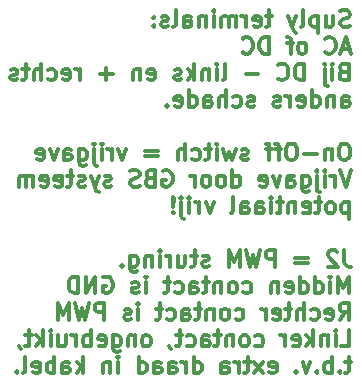
<source format=gbr>
%TF.GenerationSoftware,KiCad,Pcbnew,9.0.7*%
%TF.CreationDate,2026-02-13T16:37:28+01:00*%
%TF.ProjectId,Alpha2_GO_PWM,416c7068-6132-45f4-974f-5f50574d2e6b,rev?*%
%TF.SameCoordinates,Original*%
%TF.FileFunction,Legend,Bot*%
%TF.FilePolarity,Positive*%
%FSLAX46Y46*%
G04 Gerber Fmt 4.6, Leading zero omitted, Abs format (unit mm)*
G04 Created by KiCad (PCBNEW 9.0.7) date 2026-02-13 16:37:28*
%MOMM*%
%LPD*%
G01*
G04 APERTURE LIST*
%ADD10C,0.300000*%
G04 APERTURE END LIST*
D10*
X124035965Y-83945414D02*
X123835965Y-84012080D01*
X123835965Y-84012080D02*
X123502632Y-84012080D01*
X123502632Y-84012080D02*
X123369298Y-83945414D01*
X123369298Y-83945414D02*
X123302632Y-83878747D01*
X123302632Y-83878747D02*
X123235965Y-83745414D01*
X123235965Y-83745414D02*
X123235965Y-83612080D01*
X123235965Y-83612080D02*
X123302632Y-83478747D01*
X123302632Y-83478747D02*
X123369298Y-83412080D01*
X123369298Y-83412080D02*
X123502632Y-83345414D01*
X123502632Y-83345414D02*
X123769298Y-83278747D01*
X123769298Y-83278747D02*
X123902632Y-83212080D01*
X123902632Y-83212080D02*
X123969298Y-83145414D01*
X123969298Y-83145414D02*
X124035965Y-83012080D01*
X124035965Y-83012080D02*
X124035965Y-82878747D01*
X124035965Y-82878747D02*
X123969298Y-82745414D01*
X123969298Y-82745414D02*
X123902632Y-82678747D01*
X123902632Y-82678747D02*
X123769298Y-82612080D01*
X123769298Y-82612080D02*
X123435965Y-82612080D01*
X123435965Y-82612080D02*
X123235965Y-82678747D01*
X122035965Y-83078747D02*
X122035965Y-84012080D01*
X122635965Y-83078747D02*
X122635965Y-83812080D01*
X122635965Y-83812080D02*
X122569299Y-83945414D01*
X122569299Y-83945414D02*
X122435965Y-84012080D01*
X122435965Y-84012080D02*
X122235965Y-84012080D01*
X122235965Y-84012080D02*
X122102632Y-83945414D01*
X122102632Y-83945414D02*
X122035965Y-83878747D01*
X121369298Y-83078747D02*
X121369298Y-84478747D01*
X121369298Y-83145414D02*
X121235965Y-83078747D01*
X121235965Y-83078747D02*
X120969298Y-83078747D01*
X120969298Y-83078747D02*
X120835965Y-83145414D01*
X120835965Y-83145414D02*
X120769298Y-83212080D01*
X120769298Y-83212080D02*
X120702632Y-83345414D01*
X120702632Y-83345414D02*
X120702632Y-83745414D01*
X120702632Y-83745414D02*
X120769298Y-83878747D01*
X120769298Y-83878747D02*
X120835965Y-83945414D01*
X120835965Y-83945414D02*
X120969298Y-84012080D01*
X120969298Y-84012080D02*
X121235965Y-84012080D01*
X121235965Y-84012080D02*
X121369298Y-83945414D01*
X119902631Y-84012080D02*
X120035965Y-83945414D01*
X120035965Y-83945414D02*
X120102631Y-83812080D01*
X120102631Y-83812080D02*
X120102631Y-82612080D01*
X119502632Y-83078747D02*
X119169298Y-84012080D01*
X118835965Y-83078747D02*
X119169298Y-84012080D01*
X119169298Y-84012080D02*
X119302632Y-84345414D01*
X119302632Y-84345414D02*
X119369298Y-84412080D01*
X119369298Y-84412080D02*
X119502632Y-84478747D01*
X117435964Y-83078747D02*
X116902631Y-83078747D01*
X117235964Y-82612080D02*
X117235964Y-83812080D01*
X117235964Y-83812080D02*
X117169298Y-83945414D01*
X117169298Y-83945414D02*
X117035964Y-84012080D01*
X117035964Y-84012080D02*
X116902631Y-84012080D01*
X115902631Y-83945414D02*
X116035964Y-84012080D01*
X116035964Y-84012080D02*
X116302631Y-84012080D01*
X116302631Y-84012080D02*
X116435964Y-83945414D01*
X116435964Y-83945414D02*
X116502631Y-83812080D01*
X116502631Y-83812080D02*
X116502631Y-83278747D01*
X116502631Y-83278747D02*
X116435964Y-83145414D01*
X116435964Y-83145414D02*
X116302631Y-83078747D01*
X116302631Y-83078747D02*
X116035964Y-83078747D01*
X116035964Y-83078747D02*
X115902631Y-83145414D01*
X115902631Y-83145414D02*
X115835964Y-83278747D01*
X115835964Y-83278747D02*
X115835964Y-83412080D01*
X115835964Y-83412080D02*
X116502631Y-83545414D01*
X115235964Y-84012080D02*
X115235964Y-83078747D01*
X115235964Y-83345414D02*
X115169298Y-83212080D01*
X115169298Y-83212080D02*
X115102631Y-83145414D01*
X115102631Y-83145414D02*
X114969298Y-83078747D01*
X114969298Y-83078747D02*
X114835964Y-83078747D01*
X114369297Y-84012080D02*
X114369297Y-83078747D01*
X114369297Y-83212080D02*
X114302631Y-83145414D01*
X114302631Y-83145414D02*
X114169297Y-83078747D01*
X114169297Y-83078747D02*
X113969297Y-83078747D01*
X113969297Y-83078747D02*
X113835964Y-83145414D01*
X113835964Y-83145414D02*
X113769297Y-83278747D01*
X113769297Y-83278747D02*
X113769297Y-84012080D01*
X113769297Y-83278747D02*
X113702631Y-83145414D01*
X113702631Y-83145414D02*
X113569297Y-83078747D01*
X113569297Y-83078747D02*
X113369297Y-83078747D01*
X113369297Y-83078747D02*
X113235964Y-83145414D01*
X113235964Y-83145414D02*
X113169297Y-83278747D01*
X113169297Y-83278747D02*
X113169297Y-84012080D01*
X112502630Y-84012080D02*
X112502630Y-83078747D01*
X112502630Y-82612080D02*
X112569297Y-82678747D01*
X112569297Y-82678747D02*
X112502630Y-82745414D01*
X112502630Y-82745414D02*
X112435964Y-82678747D01*
X112435964Y-82678747D02*
X112502630Y-82612080D01*
X112502630Y-82612080D02*
X112502630Y-82745414D01*
X111835963Y-83078747D02*
X111835963Y-84012080D01*
X111835963Y-83212080D02*
X111769297Y-83145414D01*
X111769297Y-83145414D02*
X111635963Y-83078747D01*
X111635963Y-83078747D02*
X111435963Y-83078747D01*
X111435963Y-83078747D02*
X111302630Y-83145414D01*
X111302630Y-83145414D02*
X111235963Y-83278747D01*
X111235963Y-83278747D02*
X111235963Y-84012080D01*
X109969296Y-84012080D02*
X109969296Y-83278747D01*
X109969296Y-83278747D02*
X110035963Y-83145414D01*
X110035963Y-83145414D02*
X110169296Y-83078747D01*
X110169296Y-83078747D02*
X110435963Y-83078747D01*
X110435963Y-83078747D02*
X110569296Y-83145414D01*
X109969296Y-83945414D02*
X110102630Y-84012080D01*
X110102630Y-84012080D02*
X110435963Y-84012080D01*
X110435963Y-84012080D02*
X110569296Y-83945414D01*
X110569296Y-83945414D02*
X110635963Y-83812080D01*
X110635963Y-83812080D02*
X110635963Y-83678747D01*
X110635963Y-83678747D02*
X110569296Y-83545414D01*
X110569296Y-83545414D02*
X110435963Y-83478747D01*
X110435963Y-83478747D02*
X110102630Y-83478747D01*
X110102630Y-83478747D02*
X109969296Y-83412080D01*
X109102629Y-84012080D02*
X109235963Y-83945414D01*
X109235963Y-83945414D02*
X109302629Y-83812080D01*
X109302629Y-83812080D02*
X109302629Y-82612080D01*
X108635963Y-83945414D02*
X108502630Y-84012080D01*
X108502630Y-84012080D02*
X108235963Y-84012080D01*
X108235963Y-84012080D02*
X108102630Y-83945414D01*
X108102630Y-83945414D02*
X108035963Y-83812080D01*
X108035963Y-83812080D02*
X108035963Y-83745414D01*
X108035963Y-83745414D02*
X108102630Y-83612080D01*
X108102630Y-83612080D02*
X108235963Y-83545414D01*
X108235963Y-83545414D02*
X108435963Y-83545414D01*
X108435963Y-83545414D02*
X108569296Y-83478747D01*
X108569296Y-83478747D02*
X108635963Y-83345414D01*
X108635963Y-83345414D02*
X108635963Y-83278747D01*
X108635963Y-83278747D02*
X108569296Y-83145414D01*
X108569296Y-83145414D02*
X108435963Y-83078747D01*
X108435963Y-83078747D02*
X108235963Y-83078747D01*
X108235963Y-83078747D02*
X108102630Y-83145414D01*
X107435963Y-83878747D02*
X107369297Y-83945414D01*
X107369297Y-83945414D02*
X107435963Y-84012080D01*
X107435963Y-84012080D02*
X107502630Y-83945414D01*
X107502630Y-83945414D02*
X107435963Y-83878747D01*
X107435963Y-83878747D02*
X107435963Y-84012080D01*
X107435963Y-83145414D02*
X107369297Y-83212080D01*
X107369297Y-83212080D02*
X107435963Y-83278747D01*
X107435963Y-83278747D02*
X107502630Y-83212080D01*
X107502630Y-83212080D02*
X107435963Y-83145414D01*
X107435963Y-83145414D02*
X107435963Y-83278747D01*
X124035965Y-85866002D02*
X123369298Y-85866002D01*
X124169298Y-86266002D02*
X123702632Y-84866002D01*
X123702632Y-84866002D02*
X123235965Y-86266002D01*
X121969298Y-86132669D02*
X122035965Y-86199336D01*
X122035965Y-86199336D02*
X122235965Y-86266002D01*
X122235965Y-86266002D02*
X122369298Y-86266002D01*
X122369298Y-86266002D02*
X122569298Y-86199336D01*
X122569298Y-86199336D02*
X122702632Y-86066002D01*
X122702632Y-86066002D02*
X122769298Y-85932669D01*
X122769298Y-85932669D02*
X122835965Y-85666002D01*
X122835965Y-85666002D02*
X122835965Y-85466002D01*
X122835965Y-85466002D02*
X122769298Y-85199336D01*
X122769298Y-85199336D02*
X122702632Y-85066002D01*
X122702632Y-85066002D02*
X122569298Y-84932669D01*
X122569298Y-84932669D02*
X122369298Y-84866002D01*
X122369298Y-84866002D02*
X122235965Y-84866002D01*
X122235965Y-84866002D02*
X122035965Y-84932669D01*
X122035965Y-84932669D02*
X121969298Y-84999336D01*
X120102631Y-86266002D02*
X120235965Y-86199336D01*
X120235965Y-86199336D02*
X120302631Y-86132669D01*
X120302631Y-86132669D02*
X120369298Y-85999336D01*
X120369298Y-85999336D02*
X120369298Y-85599336D01*
X120369298Y-85599336D02*
X120302631Y-85466002D01*
X120302631Y-85466002D02*
X120235965Y-85399336D01*
X120235965Y-85399336D02*
X120102631Y-85332669D01*
X120102631Y-85332669D02*
X119902631Y-85332669D01*
X119902631Y-85332669D02*
X119769298Y-85399336D01*
X119769298Y-85399336D02*
X119702631Y-85466002D01*
X119702631Y-85466002D02*
X119635965Y-85599336D01*
X119635965Y-85599336D02*
X119635965Y-85999336D01*
X119635965Y-85999336D02*
X119702631Y-86132669D01*
X119702631Y-86132669D02*
X119769298Y-86199336D01*
X119769298Y-86199336D02*
X119902631Y-86266002D01*
X119902631Y-86266002D02*
X120102631Y-86266002D01*
X119235964Y-85332669D02*
X118702631Y-85332669D01*
X119035964Y-86266002D02*
X119035964Y-85066002D01*
X119035964Y-85066002D02*
X118969298Y-84932669D01*
X118969298Y-84932669D02*
X118835964Y-84866002D01*
X118835964Y-84866002D02*
X118702631Y-84866002D01*
X117169297Y-86266002D02*
X117169297Y-84866002D01*
X117169297Y-84866002D02*
X116835964Y-84866002D01*
X116835964Y-84866002D02*
X116635964Y-84932669D01*
X116635964Y-84932669D02*
X116502631Y-85066002D01*
X116502631Y-85066002D02*
X116435964Y-85199336D01*
X116435964Y-85199336D02*
X116369297Y-85466002D01*
X116369297Y-85466002D02*
X116369297Y-85666002D01*
X116369297Y-85666002D02*
X116435964Y-85932669D01*
X116435964Y-85932669D02*
X116502631Y-86066002D01*
X116502631Y-86066002D02*
X116635964Y-86199336D01*
X116635964Y-86199336D02*
X116835964Y-86266002D01*
X116835964Y-86266002D02*
X117169297Y-86266002D01*
X114969297Y-86132669D02*
X115035964Y-86199336D01*
X115035964Y-86199336D02*
X115235964Y-86266002D01*
X115235964Y-86266002D02*
X115369297Y-86266002D01*
X115369297Y-86266002D02*
X115569297Y-86199336D01*
X115569297Y-86199336D02*
X115702631Y-86066002D01*
X115702631Y-86066002D02*
X115769297Y-85932669D01*
X115769297Y-85932669D02*
X115835964Y-85666002D01*
X115835964Y-85666002D02*
X115835964Y-85466002D01*
X115835964Y-85466002D02*
X115769297Y-85199336D01*
X115769297Y-85199336D02*
X115702631Y-85066002D01*
X115702631Y-85066002D02*
X115569297Y-84932669D01*
X115569297Y-84932669D02*
X115369297Y-84866002D01*
X115369297Y-84866002D02*
X115235964Y-84866002D01*
X115235964Y-84866002D02*
X115035964Y-84932669D01*
X115035964Y-84932669D02*
X114969297Y-84999336D01*
X123502632Y-87786591D02*
X123302632Y-87853258D01*
X123302632Y-87853258D02*
X123235965Y-87919924D01*
X123235965Y-87919924D02*
X123169298Y-88053258D01*
X123169298Y-88053258D02*
X123169298Y-88253258D01*
X123169298Y-88253258D02*
X123235965Y-88386591D01*
X123235965Y-88386591D02*
X123302632Y-88453258D01*
X123302632Y-88453258D02*
X123435965Y-88519924D01*
X123435965Y-88519924D02*
X123969298Y-88519924D01*
X123969298Y-88519924D02*
X123969298Y-87119924D01*
X123969298Y-87119924D02*
X123502632Y-87119924D01*
X123502632Y-87119924D02*
X123369298Y-87186591D01*
X123369298Y-87186591D02*
X123302632Y-87253258D01*
X123302632Y-87253258D02*
X123235965Y-87386591D01*
X123235965Y-87386591D02*
X123235965Y-87519924D01*
X123235965Y-87519924D02*
X123302632Y-87653258D01*
X123302632Y-87653258D02*
X123369298Y-87719924D01*
X123369298Y-87719924D02*
X123502632Y-87786591D01*
X123502632Y-87786591D02*
X123969298Y-87786591D01*
X122569298Y-88519924D02*
X122569298Y-87586591D01*
X122569298Y-87119924D02*
X122635965Y-87186591D01*
X122635965Y-87186591D02*
X122569298Y-87253258D01*
X122569298Y-87253258D02*
X122502632Y-87186591D01*
X122502632Y-87186591D02*
X122569298Y-87119924D01*
X122569298Y-87119924D02*
X122569298Y-87253258D01*
X121902631Y-87586591D02*
X121902631Y-88786591D01*
X121902631Y-88786591D02*
X121969298Y-88919924D01*
X121969298Y-88919924D02*
X122102631Y-88986591D01*
X122102631Y-88986591D02*
X122169298Y-88986591D01*
X121902631Y-87119924D02*
X121969298Y-87186591D01*
X121969298Y-87186591D02*
X121902631Y-87253258D01*
X121902631Y-87253258D02*
X121835965Y-87186591D01*
X121835965Y-87186591D02*
X121902631Y-87119924D01*
X121902631Y-87119924D02*
X121902631Y-87253258D01*
X120169297Y-88519924D02*
X120169297Y-87119924D01*
X120169297Y-87119924D02*
X119835964Y-87119924D01*
X119835964Y-87119924D02*
X119635964Y-87186591D01*
X119635964Y-87186591D02*
X119502631Y-87319924D01*
X119502631Y-87319924D02*
X119435964Y-87453258D01*
X119435964Y-87453258D02*
X119369297Y-87719924D01*
X119369297Y-87719924D02*
X119369297Y-87919924D01*
X119369297Y-87919924D02*
X119435964Y-88186591D01*
X119435964Y-88186591D02*
X119502631Y-88319924D01*
X119502631Y-88319924D02*
X119635964Y-88453258D01*
X119635964Y-88453258D02*
X119835964Y-88519924D01*
X119835964Y-88519924D02*
X120169297Y-88519924D01*
X117969297Y-88386591D02*
X118035964Y-88453258D01*
X118035964Y-88453258D02*
X118235964Y-88519924D01*
X118235964Y-88519924D02*
X118369297Y-88519924D01*
X118369297Y-88519924D02*
X118569297Y-88453258D01*
X118569297Y-88453258D02*
X118702631Y-88319924D01*
X118702631Y-88319924D02*
X118769297Y-88186591D01*
X118769297Y-88186591D02*
X118835964Y-87919924D01*
X118835964Y-87919924D02*
X118835964Y-87719924D01*
X118835964Y-87719924D02*
X118769297Y-87453258D01*
X118769297Y-87453258D02*
X118702631Y-87319924D01*
X118702631Y-87319924D02*
X118569297Y-87186591D01*
X118569297Y-87186591D02*
X118369297Y-87119924D01*
X118369297Y-87119924D02*
X118235964Y-87119924D01*
X118235964Y-87119924D02*
X118035964Y-87186591D01*
X118035964Y-87186591D02*
X117969297Y-87253258D01*
X116302630Y-87986591D02*
X115235964Y-87986591D01*
X113302630Y-88519924D02*
X113435964Y-88453258D01*
X113435964Y-88453258D02*
X113502630Y-88319924D01*
X113502630Y-88319924D02*
X113502630Y-87119924D01*
X112769297Y-88519924D02*
X112769297Y-87586591D01*
X112769297Y-87119924D02*
X112835964Y-87186591D01*
X112835964Y-87186591D02*
X112769297Y-87253258D01*
X112769297Y-87253258D02*
X112702631Y-87186591D01*
X112702631Y-87186591D02*
X112769297Y-87119924D01*
X112769297Y-87119924D02*
X112769297Y-87253258D01*
X112102630Y-87586591D02*
X112102630Y-88519924D01*
X112102630Y-87719924D02*
X112035964Y-87653258D01*
X112035964Y-87653258D02*
X111902630Y-87586591D01*
X111902630Y-87586591D02*
X111702630Y-87586591D01*
X111702630Y-87586591D02*
X111569297Y-87653258D01*
X111569297Y-87653258D02*
X111502630Y-87786591D01*
X111502630Y-87786591D02*
X111502630Y-88519924D01*
X110835963Y-88519924D02*
X110835963Y-87119924D01*
X110702630Y-87986591D02*
X110302630Y-88519924D01*
X110302630Y-87586591D02*
X110835963Y-88119924D01*
X109769297Y-88453258D02*
X109635964Y-88519924D01*
X109635964Y-88519924D02*
X109369297Y-88519924D01*
X109369297Y-88519924D02*
X109235964Y-88453258D01*
X109235964Y-88453258D02*
X109169297Y-88319924D01*
X109169297Y-88319924D02*
X109169297Y-88253258D01*
X109169297Y-88253258D02*
X109235964Y-88119924D01*
X109235964Y-88119924D02*
X109369297Y-88053258D01*
X109369297Y-88053258D02*
X109569297Y-88053258D01*
X109569297Y-88053258D02*
X109702630Y-87986591D01*
X109702630Y-87986591D02*
X109769297Y-87853258D01*
X109769297Y-87853258D02*
X109769297Y-87786591D01*
X109769297Y-87786591D02*
X109702630Y-87653258D01*
X109702630Y-87653258D02*
X109569297Y-87586591D01*
X109569297Y-87586591D02*
X109369297Y-87586591D01*
X109369297Y-87586591D02*
X109235964Y-87653258D01*
X106969297Y-88453258D02*
X107102630Y-88519924D01*
X107102630Y-88519924D02*
X107369297Y-88519924D01*
X107369297Y-88519924D02*
X107502630Y-88453258D01*
X107502630Y-88453258D02*
X107569297Y-88319924D01*
X107569297Y-88319924D02*
X107569297Y-87786591D01*
X107569297Y-87786591D02*
X107502630Y-87653258D01*
X107502630Y-87653258D02*
X107369297Y-87586591D01*
X107369297Y-87586591D02*
X107102630Y-87586591D01*
X107102630Y-87586591D02*
X106969297Y-87653258D01*
X106969297Y-87653258D02*
X106902630Y-87786591D01*
X106902630Y-87786591D02*
X106902630Y-87919924D01*
X106902630Y-87919924D02*
X107569297Y-88053258D01*
X106302630Y-87586591D02*
X106302630Y-88519924D01*
X106302630Y-87719924D02*
X106235964Y-87653258D01*
X106235964Y-87653258D02*
X106102630Y-87586591D01*
X106102630Y-87586591D02*
X105902630Y-87586591D01*
X105902630Y-87586591D02*
X105769297Y-87653258D01*
X105769297Y-87653258D02*
X105702630Y-87786591D01*
X105702630Y-87786591D02*
X105702630Y-88519924D01*
X103969296Y-87986591D02*
X102902630Y-87986591D01*
X103435963Y-88519924D02*
X103435963Y-87453258D01*
X101169296Y-88519924D02*
X101169296Y-87586591D01*
X101169296Y-87853258D02*
X101102630Y-87719924D01*
X101102630Y-87719924D02*
X101035963Y-87653258D01*
X101035963Y-87653258D02*
X100902630Y-87586591D01*
X100902630Y-87586591D02*
X100769296Y-87586591D01*
X99769296Y-88453258D02*
X99902629Y-88519924D01*
X99902629Y-88519924D02*
X100169296Y-88519924D01*
X100169296Y-88519924D02*
X100302629Y-88453258D01*
X100302629Y-88453258D02*
X100369296Y-88319924D01*
X100369296Y-88319924D02*
X100369296Y-87786591D01*
X100369296Y-87786591D02*
X100302629Y-87653258D01*
X100302629Y-87653258D02*
X100169296Y-87586591D01*
X100169296Y-87586591D02*
X99902629Y-87586591D01*
X99902629Y-87586591D02*
X99769296Y-87653258D01*
X99769296Y-87653258D02*
X99702629Y-87786591D01*
X99702629Y-87786591D02*
X99702629Y-87919924D01*
X99702629Y-87919924D02*
X100369296Y-88053258D01*
X98502629Y-88453258D02*
X98635963Y-88519924D01*
X98635963Y-88519924D02*
X98902629Y-88519924D01*
X98902629Y-88519924D02*
X99035963Y-88453258D01*
X99035963Y-88453258D02*
X99102629Y-88386591D01*
X99102629Y-88386591D02*
X99169296Y-88253258D01*
X99169296Y-88253258D02*
X99169296Y-87853258D01*
X99169296Y-87853258D02*
X99102629Y-87719924D01*
X99102629Y-87719924D02*
X99035963Y-87653258D01*
X99035963Y-87653258D02*
X98902629Y-87586591D01*
X98902629Y-87586591D02*
X98635963Y-87586591D01*
X98635963Y-87586591D02*
X98502629Y-87653258D01*
X97902629Y-88519924D02*
X97902629Y-87119924D01*
X97302629Y-88519924D02*
X97302629Y-87786591D01*
X97302629Y-87786591D02*
X97369296Y-87653258D01*
X97369296Y-87653258D02*
X97502629Y-87586591D01*
X97502629Y-87586591D02*
X97702629Y-87586591D01*
X97702629Y-87586591D02*
X97835963Y-87653258D01*
X97835963Y-87653258D02*
X97902629Y-87719924D01*
X96835962Y-87586591D02*
X96302629Y-87586591D01*
X96635962Y-87119924D02*
X96635962Y-88319924D01*
X96635962Y-88319924D02*
X96569296Y-88453258D01*
X96569296Y-88453258D02*
X96435962Y-88519924D01*
X96435962Y-88519924D02*
X96302629Y-88519924D01*
X95902629Y-88453258D02*
X95769296Y-88519924D01*
X95769296Y-88519924D02*
X95502629Y-88519924D01*
X95502629Y-88519924D02*
X95369296Y-88453258D01*
X95369296Y-88453258D02*
X95302629Y-88319924D01*
X95302629Y-88319924D02*
X95302629Y-88253258D01*
X95302629Y-88253258D02*
X95369296Y-88119924D01*
X95369296Y-88119924D02*
X95502629Y-88053258D01*
X95502629Y-88053258D02*
X95702629Y-88053258D01*
X95702629Y-88053258D02*
X95835962Y-87986591D01*
X95835962Y-87986591D02*
X95902629Y-87853258D01*
X95902629Y-87853258D02*
X95902629Y-87786591D01*
X95902629Y-87786591D02*
X95835962Y-87653258D01*
X95835962Y-87653258D02*
X95702629Y-87586591D01*
X95702629Y-87586591D02*
X95502629Y-87586591D01*
X95502629Y-87586591D02*
X95369296Y-87653258D01*
X123369298Y-90773846D02*
X123369298Y-90040513D01*
X123369298Y-90040513D02*
X123435965Y-89907180D01*
X123435965Y-89907180D02*
X123569298Y-89840513D01*
X123569298Y-89840513D02*
X123835965Y-89840513D01*
X123835965Y-89840513D02*
X123969298Y-89907180D01*
X123369298Y-90707180D02*
X123502632Y-90773846D01*
X123502632Y-90773846D02*
X123835965Y-90773846D01*
X123835965Y-90773846D02*
X123969298Y-90707180D01*
X123969298Y-90707180D02*
X124035965Y-90573846D01*
X124035965Y-90573846D02*
X124035965Y-90440513D01*
X124035965Y-90440513D02*
X123969298Y-90307180D01*
X123969298Y-90307180D02*
X123835965Y-90240513D01*
X123835965Y-90240513D02*
X123502632Y-90240513D01*
X123502632Y-90240513D02*
X123369298Y-90173846D01*
X122702631Y-89840513D02*
X122702631Y-90773846D01*
X122702631Y-89973846D02*
X122635965Y-89907180D01*
X122635965Y-89907180D02*
X122502631Y-89840513D01*
X122502631Y-89840513D02*
X122302631Y-89840513D01*
X122302631Y-89840513D02*
X122169298Y-89907180D01*
X122169298Y-89907180D02*
X122102631Y-90040513D01*
X122102631Y-90040513D02*
X122102631Y-90773846D01*
X120835964Y-90773846D02*
X120835964Y-89373846D01*
X120835964Y-90707180D02*
X120969298Y-90773846D01*
X120969298Y-90773846D02*
X121235964Y-90773846D01*
X121235964Y-90773846D02*
X121369298Y-90707180D01*
X121369298Y-90707180D02*
X121435964Y-90640513D01*
X121435964Y-90640513D02*
X121502631Y-90507180D01*
X121502631Y-90507180D02*
X121502631Y-90107180D01*
X121502631Y-90107180D02*
X121435964Y-89973846D01*
X121435964Y-89973846D02*
X121369298Y-89907180D01*
X121369298Y-89907180D02*
X121235964Y-89840513D01*
X121235964Y-89840513D02*
X120969298Y-89840513D01*
X120969298Y-89840513D02*
X120835964Y-89907180D01*
X119635964Y-90707180D02*
X119769297Y-90773846D01*
X119769297Y-90773846D02*
X120035964Y-90773846D01*
X120035964Y-90773846D02*
X120169297Y-90707180D01*
X120169297Y-90707180D02*
X120235964Y-90573846D01*
X120235964Y-90573846D02*
X120235964Y-90040513D01*
X120235964Y-90040513D02*
X120169297Y-89907180D01*
X120169297Y-89907180D02*
X120035964Y-89840513D01*
X120035964Y-89840513D02*
X119769297Y-89840513D01*
X119769297Y-89840513D02*
X119635964Y-89907180D01*
X119635964Y-89907180D02*
X119569297Y-90040513D01*
X119569297Y-90040513D02*
X119569297Y-90173846D01*
X119569297Y-90173846D02*
X120235964Y-90307180D01*
X118969297Y-90773846D02*
X118969297Y-89840513D01*
X118969297Y-90107180D02*
X118902631Y-89973846D01*
X118902631Y-89973846D02*
X118835964Y-89907180D01*
X118835964Y-89907180D02*
X118702631Y-89840513D01*
X118702631Y-89840513D02*
X118569297Y-89840513D01*
X118169297Y-90707180D02*
X118035964Y-90773846D01*
X118035964Y-90773846D02*
X117769297Y-90773846D01*
X117769297Y-90773846D02*
X117635964Y-90707180D01*
X117635964Y-90707180D02*
X117569297Y-90573846D01*
X117569297Y-90573846D02*
X117569297Y-90507180D01*
X117569297Y-90507180D02*
X117635964Y-90373846D01*
X117635964Y-90373846D02*
X117769297Y-90307180D01*
X117769297Y-90307180D02*
X117969297Y-90307180D01*
X117969297Y-90307180D02*
X118102630Y-90240513D01*
X118102630Y-90240513D02*
X118169297Y-90107180D01*
X118169297Y-90107180D02*
X118169297Y-90040513D01*
X118169297Y-90040513D02*
X118102630Y-89907180D01*
X118102630Y-89907180D02*
X117969297Y-89840513D01*
X117969297Y-89840513D02*
X117769297Y-89840513D01*
X117769297Y-89840513D02*
X117635964Y-89907180D01*
X115969297Y-90707180D02*
X115835964Y-90773846D01*
X115835964Y-90773846D02*
X115569297Y-90773846D01*
X115569297Y-90773846D02*
X115435964Y-90707180D01*
X115435964Y-90707180D02*
X115369297Y-90573846D01*
X115369297Y-90573846D02*
X115369297Y-90507180D01*
X115369297Y-90507180D02*
X115435964Y-90373846D01*
X115435964Y-90373846D02*
X115569297Y-90307180D01*
X115569297Y-90307180D02*
X115769297Y-90307180D01*
X115769297Y-90307180D02*
X115902630Y-90240513D01*
X115902630Y-90240513D02*
X115969297Y-90107180D01*
X115969297Y-90107180D02*
X115969297Y-90040513D01*
X115969297Y-90040513D02*
X115902630Y-89907180D01*
X115902630Y-89907180D02*
X115769297Y-89840513D01*
X115769297Y-89840513D02*
X115569297Y-89840513D01*
X115569297Y-89840513D02*
X115435964Y-89907180D01*
X114169297Y-90707180D02*
X114302631Y-90773846D01*
X114302631Y-90773846D02*
X114569297Y-90773846D01*
X114569297Y-90773846D02*
X114702631Y-90707180D01*
X114702631Y-90707180D02*
X114769297Y-90640513D01*
X114769297Y-90640513D02*
X114835964Y-90507180D01*
X114835964Y-90507180D02*
X114835964Y-90107180D01*
X114835964Y-90107180D02*
X114769297Y-89973846D01*
X114769297Y-89973846D02*
X114702631Y-89907180D01*
X114702631Y-89907180D02*
X114569297Y-89840513D01*
X114569297Y-89840513D02*
X114302631Y-89840513D01*
X114302631Y-89840513D02*
X114169297Y-89907180D01*
X113569297Y-90773846D02*
X113569297Y-89373846D01*
X112969297Y-90773846D02*
X112969297Y-90040513D01*
X112969297Y-90040513D02*
X113035964Y-89907180D01*
X113035964Y-89907180D02*
X113169297Y-89840513D01*
X113169297Y-89840513D02*
X113369297Y-89840513D01*
X113369297Y-89840513D02*
X113502631Y-89907180D01*
X113502631Y-89907180D02*
X113569297Y-89973846D01*
X111702630Y-90773846D02*
X111702630Y-90040513D01*
X111702630Y-90040513D02*
X111769297Y-89907180D01*
X111769297Y-89907180D02*
X111902630Y-89840513D01*
X111902630Y-89840513D02*
X112169297Y-89840513D01*
X112169297Y-89840513D02*
X112302630Y-89907180D01*
X111702630Y-90707180D02*
X111835964Y-90773846D01*
X111835964Y-90773846D02*
X112169297Y-90773846D01*
X112169297Y-90773846D02*
X112302630Y-90707180D01*
X112302630Y-90707180D02*
X112369297Y-90573846D01*
X112369297Y-90573846D02*
X112369297Y-90440513D01*
X112369297Y-90440513D02*
X112302630Y-90307180D01*
X112302630Y-90307180D02*
X112169297Y-90240513D01*
X112169297Y-90240513D02*
X111835964Y-90240513D01*
X111835964Y-90240513D02*
X111702630Y-90173846D01*
X110435963Y-90773846D02*
X110435963Y-89373846D01*
X110435963Y-90707180D02*
X110569297Y-90773846D01*
X110569297Y-90773846D02*
X110835963Y-90773846D01*
X110835963Y-90773846D02*
X110969297Y-90707180D01*
X110969297Y-90707180D02*
X111035963Y-90640513D01*
X111035963Y-90640513D02*
X111102630Y-90507180D01*
X111102630Y-90507180D02*
X111102630Y-90107180D01*
X111102630Y-90107180D02*
X111035963Y-89973846D01*
X111035963Y-89973846D02*
X110969297Y-89907180D01*
X110969297Y-89907180D02*
X110835963Y-89840513D01*
X110835963Y-89840513D02*
X110569297Y-89840513D01*
X110569297Y-89840513D02*
X110435963Y-89907180D01*
X109235963Y-90707180D02*
X109369296Y-90773846D01*
X109369296Y-90773846D02*
X109635963Y-90773846D01*
X109635963Y-90773846D02*
X109769296Y-90707180D01*
X109769296Y-90707180D02*
X109835963Y-90573846D01*
X109835963Y-90573846D02*
X109835963Y-90040513D01*
X109835963Y-90040513D02*
X109769296Y-89907180D01*
X109769296Y-89907180D02*
X109635963Y-89840513D01*
X109635963Y-89840513D02*
X109369296Y-89840513D01*
X109369296Y-89840513D02*
X109235963Y-89907180D01*
X109235963Y-89907180D02*
X109169296Y-90040513D01*
X109169296Y-90040513D02*
X109169296Y-90173846D01*
X109169296Y-90173846D02*
X109835963Y-90307180D01*
X108569296Y-90640513D02*
X108502630Y-90707180D01*
X108502630Y-90707180D02*
X108569296Y-90773846D01*
X108569296Y-90773846D02*
X108635963Y-90707180D01*
X108635963Y-90707180D02*
X108569296Y-90640513D01*
X108569296Y-90640513D02*
X108569296Y-90773846D01*
X123702632Y-93881690D02*
X123435965Y-93881690D01*
X123435965Y-93881690D02*
X123302632Y-93948357D01*
X123302632Y-93948357D02*
X123169298Y-94081690D01*
X123169298Y-94081690D02*
X123102632Y-94348357D01*
X123102632Y-94348357D02*
X123102632Y-94815024D01*
X123102632Y-94815024D02*
X123169298Y-95081690D01*
X123169298Y-95081690D02*
X123302632Y-95215024D01*
X123302632Y-95215024D02*
X123435965Y-95281690D01*
X123435965Y-95281690D02*
X123702632Y-95281690D01*
X123702632Y-95281690D02*
X123835965Y-95215024D01*
X123835965Y-95215024D02*
X123969298Y-95081690D01*
X123969298Y-95081690D02*
X124035965Y-94815024D01*
X124035965Y-94815024D02*
X124035965Y-94348357D01*
X124035965Y-94348357D02*
X123969298Y-94081690D01*
X123969298Y-94081690D02*
X123835965Y-93948357D01*
X123835965Y-93948357D02*
X123702632Y-93881690D01*
X122502631Y-94348357D02*
X122502631Y-95281690D01*
X122502631Y-94481690D02*
X122435965Y-94415024D01*
X122435965Y-94415024D02*
X122302631Y-94348357D01*
X122302631Y-94348357D02*
X122102631Y-94348357D01*
X122102631Y-94348357D02*
X121969298Y-94415024D01*
X121969298Y-94415024D02*
X121902631Y-94548357D01*
X121902631Y-94548357D02*
X121902631Y-95281690D01*
X121235964Y-94748357D02*
X120169298Y-94748357D01*
X119235965Y-93881690D02*
X118969298Y-93881690D01*
X118969298Y-93881690D02*
X118835965Y-93948357D01*
X118835965Y-93948357D02*
X118702631Y-94081690D01*
X118702631Y-94081690D02*
X118635965Y-94348357D01*
X118635965Y-94348357D02*
X118635965Y-94815024D01*
X118635965Y-94815024D02*
X118702631Y-95081690D01*
X118702631Y-95081690D02*
X118835965Y-95215024D01*
X118835965Y-95215024D02*
X118969298Y-95281690D01*
X118969298Y-95281690D02*
X119235965Y-95281690D01*
X119235965Y-95281690D02*
X119369298Y-95215024D01*
X119369298Y-95215024D02*
X119502631Y-95081690D01*
X119502631Y-95081690D02*
X119569298Y-94815024D01*
X119569298Y-94815024D02*
X119569298Y-94348357D01*
X119569298Y-94348357D02*
X119502631Y-94081690D01*
X119502631Y-94081690D02*
X119369298Y-93948357D01*
X119369298Y-93948357D02*
X119235965Y-93881690D01*
X118235964Y-94348357D02*
X117702631Y-94348357D01*
X118035964Y-95281690D02*
X118035964Y-94081690D01*
X118035964Y-94081690D02*
X117969298Y-93948357D01*
X117969298Y-93948357D02*
X117835964Y-93881690D01*
X117835964Y-93881690D02*
X117702631Y-93881690D01*
X117435964Y-94348357D02*
X116902631Y-94348357D01*
X117235964Y-95281690D02*
X117235964Y-94081690D01*
X117235964Y-94081690D02*
X117169298Y-93948357D01*
X117169298Y-93948357D02*
X117035964Y-93881690D01*
X117035964Y-93881690D02*
X116902631Y-93881690D01*
X115435964Y-95215024D02*
X115302631Y-95281690D01*
X115302631Y-95281690D02*
X115035964Y-95281690D01*
X115035964Y-95281690D02*
X114902631Y-95215024D01*
X114902631Y-95215024D02*
X114835964Y-95081690D01*
X114835964Y-95081690D02*
X114835964Y-95015024D01*
X114835964Y-95015024D02*
X114902631Y-94881690D01*
X114902631Y-94881690D02*
X115035964Y-94815024D01*
X115035964Y-94815024D02*
X115235964Y-94815024D01*
X115235964Y-94815024D02*
X115369297Y-94748357D01*
X115369297Y-94748357D02*
X115435964Y-94615024D01*
X115435964Y-94615024D02*
X115435964Y-94548357D01*
X115435964Y-94548357D02*
X115369297Y-94415024D01*
X115369297Y-94415024D02*
X115235964Y-94348357D01*
X115235964Y-94348357D02*
X115035964Y-94348357D01*
X115035964Y-94348357D02*
X114902631Y-94415024D01*
X114369298Y-94348357D02*
X114102631Y-95281690D01*
X114102631Y-95281690D02*
X113835964Y-94615024D01*
X113835964Y-94615024D02*
X113569298Y-95281690D01*
X113569298Y-95281690D02*
X113302631Y-94348357D01*
X112769297Y-95281690D02*
X112769297Y-94348357D01*
X112769297Y-93881690D02*
X112835964Y-93948357D01*
X112835964Y-93948357D02*
X112769297Y-94015024D01*
X112769297Y-94015024D02*
X112702631Y-93948357D01*
X112702631Y-93948357D02*
X112769297Y-93881690D01*
X112769297Y-93881690D02*
X112769297Y-94015024D01*
X112302630Y-94348357D02*
X111769297Y-94348357D01*
X112102630Y-93881690D02*
X112102630Y-95081690D01*
X112102630Y-95081690D02*
X112035964Y-95215024D01*
X112035964Y-95215024D02*
X111902630Y-95281690D01*
X111902630Y-95281690D02*
X111769297Y-95281690D01*
X110702630Y-95215024D02*
X110835964Y-95281690D01*
X110835964Y-95281690D02*
X111102630Y-95281690D01*
X111102630Y-95281690D02*
X111235964Y-95215024D01*
X111235964Y-95215024D02*
X111302630Y-95148357D01*
X111302630Y-95148357D02*
X111369297Y-95015024D01*
X111369297Y-95015024D02*
X111369297Y-94615024D01*
X111369297Y-94615024D02*
X111302630Y-94481690D01*
X111302630Y-94481690D02*
X111235964Y-94415024D01*
X111235964Y-94415024D02*
X111102630Y-94348357D01*
X111102630Y-94348357D02*
X110835964Y-94348357D01*
X110835964Y-94348357D02*
X110702630Y-94415024D01*
X110102630Y-95281690D02*
X110102630Y-93881690D01*
X109502630Y-95281690D02*
X109502630Y-94548357D01*
X109502630Y-94548357D02*
X109569297Y-94415024D01*
X109569297Y-94415024D02*
X109702630Y-94348357D01*
X109702630Y-94348357D02*
X109902630Y-94348357D01*
X109902630Y-94348357D02*
X110035964Y-94415024D01*
X110035964Y-94415024D02*
X110102630Y-94481690D01*
X107769296Y-94548357D02*
X106702630Y-94548357D01*
X106702630Y-94948357D02*
X107769296Y-94948357D01*
X105102630Y-94348357D02*
X104769296Y-95281690D01*
X104769296Y-95281690D02*
X104435963Y-94348357D01*
X103902629Y-95281690D02*
X103902629Y-94348357D01*
X103902629Y-94615024D02*
X103835963Y-94481690D01*
X103835963Y-94481690D02*
X103769296Y-94415024D01*
X103769296Y-94415024D02*
X103635963Y-94348357D01*
X103635963Y-94348357D02*
X103502629Y-94348357D01*
X103035962Y-95281690D02*
X103035962Y-94348357D01*
X103035962Y-93881690D02*
X103102629Y-93948357D01*
X103102629Y-93948357D02*
X103035962Y-94015024D01*
X103035962Y-94015024D02*
X102969296Y-93948357D01*
X102969296Y-93948357D02*
X103035962Y-93881690D01*
X103035962Y-93881690D02*
X103035962Y-94015024D01*
X102369295Y-94348357D02*
X102369295Y-95548357D01*
X102369295Y-95548357D02*
X102435962Y-95681690D01*
X102435962Y-95681690D02*
X102569295Y-95748357D01*
X102569295Y-95748357D02*
X102635962Y-95748357D01*
X102369295Y-93881690D02*
X102435962Y-93948357D01*
X102435962Y-93948357D02*
X102369295Y-94015024D01*
X102369295Y-94015024D02*
X102302629Y-93948357D01*
X102302629Y-93948357D02*
X102369295Y-93881690D01*
X102369295Y-93881690D02*
X102369295Y-94015024D01*
X101102628Y-94348357D02*
X101102628Y-95481690D01*
X101102628Y-95481690D02*
X101169295Y-95615024D01*
X101169295Y-95615024D02*
X101235962Y-95681690D01*
X101235962Y-95681690D02*
X101369295Y-95748357D01*
X101369295Y-95748357D02*
X101569295Y-95748357D01*
X101569295Y-95748357D02*
X101702628Y-95681690D01*
X101102628Y-95215024D02*
X101235962Y-95281690D01*
X101235962Y-95281690D02*
X101502628Y-95281690D01*
X101502628Y-95281690D02*
X101635962Y-95215024D01*
X101635962Y-95215024D02*
X101702628Y-95148357D01*
X101702628Y-95148357D02*
X101769295Y-95015024D01*
X101769295Y-95015024D02*
X101769295Y-94615024D01*
X101769295Y-94615024D02*
X101702628Y-94481690D01*
X101702628Y-94481690D02*
X101635962Y-94415024D01*
X101635962Y-94415024D02*
X101502628Y-94348357D01*
X101502628Y-94348357D02*
X101235962Y-94348357D01*
X101235962Y-94348357D02*
X101102628Y-94415024D01*
X99835961Y-95281690D02*
X99835961Y-94548357D01*
X99835961Y-94548357D02*
X99902628Y-94415024D01*
X99902628Y-94415024D02*
X100035961Y-94348357D01*
X100035961Y-94348357D02*
X100302628Y-94348357D01*
X100302628Y-94348357D02*
X100435961Y-94415024D01*
X99835961Y-95215024D02*
X99969295Y-95281690D01*
X99969295Y-95281690D02*
X100302628Y-95281690D01*
X100302628Y-95281690D02*
X100435961Y-95215024D01*
X100435961Y-95215024D02*
X100502628Y-95081690D01*
X100502628Y-95081690D02*
X100502628Y-94948357D01*
X100502628Y-94948357D02*
X100435961Y-94815024D01*
X100435961Y-94815024D02*
X100302628Y-94748357D01*
X100302628Y-94748357D02*
X99969295Y-94748357D01*
X99969295Y-94748357D02*
X99835961Y-94681690D01*
X99302628Y-94348357D02*
X98969294Y-95281690D01*
X98969294Y-95281690D02*
X98635961Y-94348357D01*
X97569294Y-95215024D02*
X97702627Y-95281690D01*
X97702627Y-95281690D02*
X97969294Y-95281690D01*
X97969294Y-95281690D02*
X98102627Y-95215024D01*
X98102627Y-95215024D02*
X98169294Y-95081690D01*
X98169294Y-95081690D02*
X98169294Y-94548357D01*
X98169294Y-94548357D02*
X98102627Y-94415024D01*
X98102627Y-94415024D02*
X97969294Y-94348357D01*
X97969294Y-94348357D02*
X97702627Y-94348357D01*
X97702627Y-94348357D02*
X97569294Y-94415024D01*
X97569294Y-94415024D02*
X97502627Y-94548357D01*
X97502627Y-94548357D02*
X97502627Y-94681690D01*
X97502627Y-94681690D02*
X98169294Y-94815024D01*
X124169298Y-96135612D02*
X123702632Y-97535612D01*
X123702632Y-97535612D02*
X123235965Y-96135612D01*
X122769298Y-97535612D02*
X122769298Y-96602279D01*
X122769298Y-96868946D02*
X122702632Y-96735612D01*
X122702632Y-96735612D02*
X122635965Y-96668946D01*
X122635965Y-96668946D02*
X122502632Y-96602279D01*
X122502632Y-96602279D02*
X122369298Y-96602279D01*
X121902631Y-97535612D02*
X121902631Y-96602279D01*
X121902631Y-96135612D02*
X121969298Y-96202279D01*
X121969298Y-96202279D02*
X121902631Y-96268946D01*
X121902631Y-96268946D02*
X121835965Y-96202279D01*
X121835965Y-96202279D02*
X121902631Y-96135612D01*
X121902631Y-96135612D02*
X121902631Y-96268946D01*
X121235964Y-96602279D02*
X121235964Y-97802279D01*
X121235964Y-97802279D02*
X121302631Y-97935612D01*
X121302631Y-97935612D02*
X121435964Y-98002279D01*
X121435964Y-98002279D02*
X121502631Y-98002279D01*
X121235964Y-96135612D02*
X121302631Y-96202279D01*
X121302631Y-96202279D02*
X121235964Y-96268946D01*
X121235964Y-96268946D02*
X121169298Y-96202279D01*
X121169298Y-96202279D02*
X121235964Y-96135612D01*
X121235964Y-96135612D02*
X121235964Y-96268946D01*
X119969297Y-96602279D02*
X119969297Y-97735612D01*
X119969297Y-97735612D02*
X120035964Y-97868946D01*
X120035964Y-97868946D02*
X120102631Y-97935612D01*
X120102631Y-97935612D02*
X120235964Y-98002279D01*
X120235964Y-98002279D02*
X120435964Y-98002279D01*
X120435964Y-98002279D02*
X120569297Y-97935612D01*
X119969297Y-97468946D02*
X120102631Y-97535612D01*
X120102631Y-97535612D02*
X120369297Y-97535612D01*
X120369297Y-97535612D02*
X120502631Y-97468946D01*
X120502631Y-97468946D02*
X120569297Y-97402279D01*
X120569297Y-97402279D02*
X120635964Y-97268946D01*
X120635964Y-97268946D02*
X120635964Y-96868946D01*
X120635964Y-96868946D02*
X120569297Y-96735612D01*
X120569297Y-96735612D02*
X120502631Y-96668946D01*
X120502631Y-96668946D02*
X120369297Y-96602279D01*
X120369297Y-96602279D02*
X120102631Y-96602279D01*
X120102631Y-96602279D02*
X119969297Y-96668946D01*
X118702630Y-97535612D02*
X118702630Y-96802279D01*
X118702630Y-96802279D02*
X118769297Y-96668946D01*
X118769297Y-96668946D02*
X118902630Y-96602279D01*
X118902630Y-96602279D02*
X119169297Y-96602279D01*
X119169297Y-96602279D02*
X119302630Y-96668946D01*
X118702630Y-97468946D02*
X118835964Y-97535612D01*
X118835964Y-97535612D02*
X119169297Y-97535612D01*
X119169297Y-97535612D02*
X119302630Y-97468946D01*
X119302630Y-97468946D02*
X119369297Y-97335612D01*
X119369297Y-97335612D02*
X119369297Y-97202279D01*
X119369297Y-97202279D02*
X119302630Y-97068946D01*
X119302630Y-97068946D02*
X119169297Y-97002279D01*
X119169297Y-97002279D02*
X118835964Y-97002279D01*
X118835964Y-97002279D02*
X118702630Y-96935612D01*
X118169297Y-96602279D02*
X117835963Y-97535612D01*
X117835963Y-97535612D02*
X117502630Y-96602279D01*
X116435963Y-97468946D02*
X116569296Y-97535612D01*
X116569296Y-97535612D02*
X116835963Y-97535612D01*
X116835963Y-97535612D02*
X116969296Y-97468946D01*
X116969296Y-97468946D02*
X117035963Y-97335612D01*
X117035963Y-97335612D02*
X117035963Y-96802279D01*
X117035963Y-96802279D02*
X116969296Y-96668946D01*
X116969296Y-96668946D02*
X116835963Y-96602279D01*
X116835963Y-96602279D02*
X116569296Y-96602279D01*
X116569296Y-96602279D02*
X116435963Y-96668946D01*
X116435963Y-96668946D02*
X116369296Y-96802279D01*
X116369296Y-96802279D02*
X116369296Y-96935612D01*
X116369296Y-96935612D02*
X117035963Y-97068946D01*
X114102629Y-97535612D02*
X114102629Y-96135612D01*
X114102629Y-97468946D02*
X114235963Y-97535612D01*
X114235963Y-97535612D02*
X114502629Y-97535612D01*
X114502629Y-97535612D02*
X114635963Y-97468946D01*
X114635963Y-97468946D02*
X114702629Y-97402279D01*
X114702629Y-97402279D02*
X114769296Y-97268946D01*
X114769296Y-97268946D02*
X114769296Y-96868946D01*
X114769296Y-96868946D02*
X114702629Y-96735612D01*
X114702629Y-96735612D02*
X114635963Y-96668946D01*
X114635963Y-96668946D02*
X114502629Y-96602279D01*
X114502629Y-96602279D02*
X114235963Y-96602279D01*
X114235963Y-96602279D02*
X114102629Y-96668946D01*
X113235962Y-97535612D02*
X113369296Y-97468946D01*
X113369296Y-97468946D02*
X113435962Y-97402279D01*
X113435962Y-97402279D02*
X113502629Y-97268946D01*
X113502629Y-97268946D02*
X113502629Y-96868946D01*
X113502629Y-96868946D02*
X113435962Y-96735612D01*
X113435962Y-96735612D02*
X113369296Y-96668946D01*
X113369296Y-96668946D02*
X113235962Y-96602279D01*
X113235962Y-96602279D02*
X113035962Y-96602279D01*
X113035962Y-96602279D02*
X112902629Y-96668946D01*
X112902629Y-96668946D02*
X112835962Y-96735612D01*
X112835962Y-96735612D02*
X112769296Y-96868946D01*
X112769296Y-96868946D02*
X112769296Y-97268946D01*
X112769296Y-97268946D02*
X112835962Y-97402279D01*
X112835962Y-97402279D02*
X112902629Y-97468946D01*
X112902629Y-97468946D02*
X113035962Y-97535612D01*
X113035962Y-97535612D02*
X113235962Y-97535612D01*
X111969295Y-97535612D02*
X112102629Y-97468946D01*
X112102629Y-97468946D02*
X112169295Y-97402279D01*
X112169295Y-97402279D02*
X112235962Y-97268946D01*
X112235962Y-97268946D02*
X112235962Y-96868946D01*
X112235962Y-96868946D02*
X112169295Y-96735612D01*
X112169295Y-96735612D02*
X112102629Y-96668946D01*
X112102629Y-96668946D02*
X111969295Y-96602279D01*
X111969295Y-96602279D02*
X111769295Y-96602279D01*
X111769295Y-96602279D02*
X111635962Y-96668946D01*
X111635962Y-96668946D02*
X111569295Y-96735612D01*
X111569295Y-96735612D02*
X111502629Y-96868946D01*
X111502629Y-96868946D02*
X111502629Y-97268946D01*
X111502629Y-97268946D02*
X111569295Y-97402279D01*
X111569295Y-97402279D02*
X111635962Y-97468946D01*
X111635962Y-97468946D02*
X111769295Y-97535612D01*
X111769295Y-97535612D02*
X111969295Y-97535612D01*
X110902628Y-97535612D02*
X110902628Y-96602279D01*
X110902628Y-96868946D02*
X110835962Y-96735612D01*
X110835962Y-96735612D02*
X110769295Y-96668946D01*
X110769295Y-96668946D02*
X110635962Y-96602279D01*
X110635962Y-96602279D02*
X110502628Y-96602279D01*
X108235961Y-96202279D02*
X108369294Y-96135612D01*
X108369294Y-96135612D02*
X108569294Y-96135612D01*
X108569294Y-96135612D02*
X108769294Y-96202279D01*
X108769294Y-96202279D02*
X108902628Y-96335612D01*
X108902628Y-96335612D02*
X108969294Y-96468946D01*
X108969294Y-96468946D02*
X109035961Y-96735612D01*
X109035961Y-96735612D02*
X109035961Y-96935612D01*
X109035961Y-96935612D02*
X108969294Y-97202279D01*
X108969294Y-97202279D02*
X108902628Y-97335612D01*
X108902628Y-97335612D02*
X108769294Y-97468946D01*
X108769294Y-97468946D02*
X108569294Y-97535612D01*
X108569294Y-97535612D02*
X108435961Y-97535612D01*
X108435961Y-97535612D02*
X108235961Y-97468946D01*
X108235961Y-97468946D02*
X108169294Y-97402279D01*
X108169294Y-97402279D02*
X108169294Y-96935612D01*
X108169294Y-96935612D02*
X108435961Y-96935612D01*
X107102628Y-96802279D02*
X106902628Y-96868946D01*
X106902628Y-96868946D02*
X106835961Y-96935612D01*
X106835961Y-96935612D02*
X106769294Y-97068946D01*
X106769294Y-97068946D02*
X106769294Y-97268946D01*
X106769294Y-97268946D02*
X106835961Y-97402279D01*
X106835961Y-97402279D02*
X106902628Y-97468946D01*
X106902628Y-97468946D02*
X107035961Y-97535612D01*
X107035961Y-97535612D02*
X107569294Y-97535612D01*
X107569294Y-97535612D02*
X107569294Y-96135612D01*
X107569294Y-96135612D02*
X107102628Y-96135612D01*
X107102628Y-96135612D02*
X106969294Y-96202279D01*
X106969294Y-96202279D02*
X106902628Y-96268946D01*
X106902628Y-96268946D02*
X106835961Y-96402279D01*
X106835961Y-96402279D02*
X106835961Y-96535612D01*
X106835961Y-96535612D02*
X106902628Y-96668946D01*
X106902628Y-96668946D02*
X106969294Y-96735612D01*
X106969294Y-96735612D02*
X107102628Y-96802279D01*
X107102628Y-96802279D02*
X107569294Y-96802279D01*
X106235961Y-97468946D02*
X106035961Y-97535612D01*
X106035961Y-97535612D02*
X105702628Y-97535612D01*
X105702628Y-97535612D02*
X105569294Y-97468946D01*
X105569294Y-97468946D02*
X105502628Y-97402279D01*
X105502628Y-97402279D02*
X105435961Y-97268946D01*
X105435961Y-97268946D02*
X105435961Y-97135612D01*
X105435961Y-97135612D02*
X105502628Y-97002279D01*
X105502628Y-97002279D02*
X105569294Y-96935612D01*
X105569294Y-96935612D02*
X105702628Y-96868946D01*
X105702628Y-96868946D02*
X105969294Y-96802279D01*
X105969294Y-96802279D02*
X106102628Y-96735612D01*
X106102628Y-96735612D02*
X106169294Y-96668946D01*
X106169294Y-96668946D02*
X106235961Y-96535612D01*
X106235961Y-96535612D02*
X106235961Y-96402279D01*
X106235961Y-96402279D02*
X106169294Y-96268946D01*
X106169294Y-96268946D02*
X106102628Y-96202279D01*
X106102628Y-96202279D02*
X105969294Y-96135612D01*
X105969294Y-96135612D02*
X105635961Y-96135612D01*
X105635961Y-96135612D02*
X105435961Y-96202279D01*
X103835961Y-97468946D02*
X103702628Y-97535612D01*
X103702628Y-97535612D02*
X103435961Y-97535612D01*
X103435961Y-97535612D02*
X103302628Y-97468946D01*
X103302628Y-97468946D02*
X103235961Y-97335612D01*
X103235961Y-97335612D02*
X103235961Y-97268946D01*
X103235961Y-97268946D02*
X103302628Y-97135612D01*
X103302628Y-97135612D02*
X103435961Y-97068946D01*
X103435961Y-97068946D02*
X103635961Y-97068946D01*
X103635961Y-97068946D02*
X103769294Y-97002279D01*
X103769294Y-97002279D02*
X103835961Y-96868946D01*
X103835961Y-96868946D02*
X103835961Y-96802279D01*
X103835961Y-96802279D02*
X103769294Y-96668946D01*
X103769294Y-96668946D02*
X103635961Y-96602279D01*
X103635961Y-96602279D02*
X103435961Y-96602279D01*
X103435961Y-96602279D02*
X103302628Y-96668946D01*
X102769295Y-96602279D02*
X102435961Y-97535612D01*
X102102628Y-96602279D02*
X102435961Y-97535612D01*
X102435961Y-97535612D02*
X102569295Y-97868946D01*
X102569295Y-97868946D02*
X102635961Y-97935612D01*
X102635961Y-97935612D02*
X102769295Y-98002279D01*
X101635961Y-97468946D02*
X101502628Y-97535612D01*
X101502628Y-97535612D02*
X101235961Y-97535612D01*
X101235961Y-97535612D02*
X101102628Y-97468946D01*
X101102628Y-97468946D02*
X101035961Y-97335612D01*
X101035961Y-97335612D02*
X101035961Y-97268946D01*
X101035961Y-97268946D02*
X101102628Y-97135612D01*
X101102628Y-97135612D02*
X101235961Y-97068946D01*
X101235961Y-97068946D02*
X101435961Y-97068946D01*
X101435961Y-97068946D02*
X101569294Y-97002279D01*
X101569294Y-97002279D02*
X101635961Y-96868946D01*
X101635961Y-96868946D02*
X101635961Y-96802279D01*
X101635961Y-96802279D02*
X101569294Y-96668946D01*
X101569294Y-96668946D02*
X101435961Y-96602279D01*
X101435961Y-96602279D02*
X101235961Y-96602279D01*
X101235961Y-96602279D02*
X101102628Y-96668946D01*
X100635961Y-96602279D02*
X100102628Y-96602279D01*
X100435961Y-96135612D02*
X100435961Y-97335612D01*
X100435961Y-97335612D02*
X100369295Y-97468946D01*
X100369295Y-97468946D02*
X100235961Y-97535612D01*
X100235961Y-97535612D02*
X100102628Y-97535612D01*
X99102628Y-97468946D02*
X99235961Y-97535612D01*
X99235961Y-97535612D02*
X99502628Y-97535612D01*
X99502628Y-97535612D02*
X99635961Y-97468946D01*
X99635961Y-97468946D02*
X99702628Y-97335612D01*
X99702628Y-97335612D02*
X99702628Y-96802279D01*
X99702628Y-96802279D02*
X99635961Y-96668946D01*
X99635961Y-96668946D02*
X99502628Y-96602279D01*
X99502628Y-96602279D02*
X99235961Y-96602279D01*
X99235961Y-96602279D02*
X99102628Y-96668946D01*
X99102628Y-96668946D02*
X99035961Y-96802279D01*
X99035961Y-96802279D02*
X99035961Y-96935612D01*
X99035961Y-96935612D02*
X99702628Y-97068946D01*
X97902628Y-97468946D02*
X98035961Y-97535612D01*
X98035961Y-97535612D02*
X98302628Y-97535612D01*
X98302628Y-97535612D02*
X98435961Y-97468946D01*
X98435961Y-97468946D02*
X98502628Y-97335612D01*
X98502628Y-97335612D02*
X98502628Y-96802279D01*
X98502628Y-96802279D02*
X98435961Y-96668946D01*
X98435961Y-96668946D02*
X98302628Y-96602279D01*
X98302628Y-96602279D02*
X98035961Y-96602279D01*
X98035961Y-96602279D02*
X97902628Y-96668946D01*
X97902628Y-96668946D02*
X97835961Y-96802279D01*
X97835961Y-96802279D02*
X97835961Y-96935612D01*
X97835961Y-96935612D02*
X98502628Y-97068946D01*
X97235961Y-97535612D02*
X97235961Y-96602279D01*
X97235961Y-96735612D02*
X97169295Y-96668946D01*
X97169295Y-96668946D02*
X97035961Y-96602279D01*
X97035961Y-96602279D02*
X96835961Y-96602279D01*
X96835961Y-96602279D02*
X96702628Y-96668946D01*
X96702628Y-96668946D02*
X96635961Y-96802279D01*
X96635961Y-96802279D02*
X96635961Y-97535612D01*
X96635961Y-96802279D02*
X96569295Y-96668946D01*
X96569295Y-96668946D02*
X96435961Y-96602279D01*
X96435961Y-96602279D02*
X96235961Y-96602279D01*
X96235961Y-96602279D02*
X96102628Y-96668946D01*
X96102628Y-96668946D02*
X96035961Y-96802279D01*
X96035961Y-96802279D02*
X96035961Y-97535612D01*
X123969298Y-98856201D02*
X123969298Y-100256201D01*
X123969298Y-98922868D02*
X123835965Y-98856201D01*
X123835965Y-98856201D02*
X123569298Y-98856201D01*
X123569298Y-98856201D02*
X123435965Y-98922868D01*
X123435965Y-98922868D02*
X123369298Y-98989534D01*
X123369298Y-98989534D02*
X123302632Y-99122868D01*
X123302632Y-99122868D02*
X123302632Y-99522868D01*
X123302632Y-99522868D02*
X123369298Y-99656201D01*
X123369298Y-99656201D02*
X123435965Y-99722868D01*
X123435965Y-99722868D02*
X123569298Y-99789534D01*
X123569298Y-99789534D02*
X123835965Y-99789534D01*
X123835965Y-99789534D02*
X123969298Y-99722868D01*
X122502631Y-99789534D02*
X122635965Y-99722868D01*
X122635965Y-99722868D02*
X122702631Y-99656201D01*
X122702631Y-99656201D02*
X122769298Y-99522868D01*
X122769298Y-99522868D02*
X122769298Y-99122868D01*
X122769298Y-99122868D02*
X122702631Y-98989534D01*
X122702631Y-98989534D02*
X122635965Y-98922868D01*
X122635965Y-98922868D02*
X122502631Y-98856201D01*
X122502631Y-98856201D02*
X122302631Y-98856201D01*
X122302631Y-98856201D02*
X122169298Y-98922868D01*
X122169298Y-98922868D02*
X122102631Y-98989534D01*
X122102631Y-98989534D02*
X122035965Y-99122868D01*
X122035965Y-99122868D02*
X122035965Y-99522868D01*
X122035965Y-99522868D02*
X122102631Y-99656201D01*
X122102631Y-99656201D02*
X122169298Y-99722868D01*
X122169298Y-99722868D02*
X122302631Y-99789534D01*
X122302631Y-99789534D02*
X122502631Y-99789534D01*
X121635964Y-98856201D02*
X121102631Y-98856201D01*
X121435964Y-98389534D02*
X121435964Y-99589534D01*
X121435964Y-99589534D02*
X121369298Y-99722868D01*
X121369298Y-99722868D02*
X121235964Y-99789534D01*
X121235964Y-99789534D02*
X121102631Y-99789534D01*
X120102631Y-99722868D02*
X120235964Y-99789534D01*
X120235964Y-99789534D02*
X120502631Y-99789534D01*
X120502631Y-99789534D02*
X120635964Y-99722868D01*
X120635964Y-99722868D02*
X120702631Y-99589534D01*
X120702631Y-99589534D02*
X120702631Y-99056201D01*
X120702631Y-99056201D02*
X120635964Y-98922868D01*
X120635964Y-98922868D02*
X120502631Y-98856201D01*
X120502631Y-98856201D02*
X120235964Y-98856201D01*
X120235964Y-98856201D02*
X120102631Y-98922868D01*
X120102631Y-98922868D02*
X120035964Y-99056201D01*
X120035964Y-99056201D02*
X120035964Y-99189534D01*
X120035964Y-99189534D02*
X120702631Y-99322868D01*
X119435964Y-98856201D02*
X119435964Y-99789534D01*
X119435964Y-98989534D02*
X119369298Y-98922868D01*
X119369298Y-98922868D02*
X119235964Y-98856201D01*
X119235964Y-98856201D02*
X119035964Y-98856201D01*
X119035964Y-98856201D02*
X118902631Y-98922868D01*
X118902631Y-98922868D02*
X118835964Y-99056201D01*
X118835964Y-99056201D02*
X118835964Y-99789534D01*
X118369297Y-98856201D02*
X117835964Y-98856201D01*
X118169297Y-98389534D02*
X118169297Y-99589534D01*
X118169297Y-99589534D02*
X118102631Y-99722868D01*
X118102631Y-99722868D02*
X117969297Y-99789534D01*
X117969297Y-99789534D02*
X117835964Y-99789534D01*
X117369297Y-99789534D02*
X117369297Y-98856201D01*
X117369297Y-98389534D02*
X117435964Y-98456201D01*
X117435964Y-98456201D02*
X117369297Y-98522868D01*
X117369297Y-98522868D02*
X117302631Y-98456201D01*
X117302631Y-98456201D02*
X117369297Y-98389534D01*
X117369297Y-98389534D02*
X117369297Y-98522868D01*
X116102630Y-99789534D02*
X116102630Y-99056201D01*
X116102630Y-99056201D02*
X116169297Y-98922868D01*
X116169297Y-98922868D02*
X116302630Y-98856201D01*
X116302630Y-98856201D02*
X116569297Y-98856201D01*
X116569297Y-98856201D02*
X116702630Y-98922868D01*
X116102630Y-99722868D02*
X116235964Y-99789534D01*
X116235964Y-99789534D02*
X116569297Y-99789534D01*
X116569297Y-99789534D02*
X116702630Y-99722868D01*
X116702630Y-99722868D02*
X116769297Y-99589534D01*
X116769297Y-99589534D02*
X116769297Y-99456201D01*
X116769297Y-99456201D02*
X116702630Y-99322868D01*
X116702630Y-99322868D02*
X116569297Y-99256201D01*
X116569297Y-99256201D02*
X116235964Y-99256201D01*
X116235964Y-99256201D02*
X116102630Y-99189534D01*
X114835963Y-99789534D02*
X114835963Y-99056201D01*
X114835963Y-99056201D02*
X114902630Y-98922868D01*
X114902630Y-98922868D02*
X115035963Y-98856201D01*
X115035963Y-98856201D02*
X115302630Y-98856201D01*
X115302630Y-98856201D02*
X115435963Y-98922868D01*
X114835963Y-99722868D02*
X114969297Y-99789534D01*
X114969297Y-99789534D02*
X115302630Y-99789534D01*
X115302630Y-99789534D02*
X115435963Y-99722868D01*
X115435963Y-99722868D02*
X115502630Y-99589534D01*
X115502630Y-99589534D02*
X115502630Y-99456201D01*
X115502630Y-99456201D02*
X115435963Y-99322868D01*
X115435963Y-99322868D02*
X115302630Y-99256201D01*
X115302630Y-99256201D02*
X114969297Y-99256201D01*
X114969297Y-99256201D02*
X114835963Y-99189534D01*
X113969296Y-99789534D02*
X114102630Y-99722868D01*
X114102630Y-99722868D02*
X114169296Y-99589534D01*
X114169296Y-99589534D02*
X114169296Y-98389534D01*
X112502630Y-98856201D02*
X112169296Y-99789534D01*
X112169296Y-99789534D02*
X111835963Y-98856201D01*
X111302629Y-99789534D02*
X111302629Y-98856201D01*
X111302629Y-99122868D02*
X111235963Y-98989534D01*
X111235963Y-98989534D02*
X111169296Y-98922868D01*
X111169296Y-98922868D02*
X111035963Y-98856201D01*
X111035963Y-98856201D02*
X110902629Y-98856201D01*
X110435962Y-99789534D02*
X110435962Y-98856201D01*
X110435962Y-98389534D02*
X110502629Y-98456201D01*
X110502629Y-98456201D02*
X110435962Y-98522868D01*
X110435962Y-98522868D02*
X110369296Y-98456201D01*
X110369296Y-98456201D02*
X110435962Y-98389534D01*
X110435962Y-98389534D02*
X110435962Y-98522868D01*
X109769295Y-98856201D02*
X109769295Y-100056201D01*
X109769295Y-100056201D02*
X109835962Y-100189534D01*
X109835962Y-100189534D02*
X109969295Y-100256201D01*
X109969295Y-100256201D02*
X110035962Y-100256201D01*
X109769295Y-98389534D02*
X109835962Y-98456201D01*
X109835962Y-98456201D02*
X109769295Y-98522868D01*
X109769295Y-98522868D02*
X109702629Y-98456201D01*
X109702629Y-98456201D02*
X109769295Y-98389534D01*
X109769295Y-98389534D02*
X109769295Y-98522868D01*
X109102628Y-99656201D02*
X109035962Y-99722868D01*
X109035962Y-99722868D02*
X109102628Y-99789534D01*
X109102628Y-99789534D02*
X109169295Y-99722868D01*
X109169295Y-99722868D02*
X109102628Y-99656201D01*
X109102628Y-99656201D02*
X109102628Y-99789534D01*
X109102628Y-99256201D02*
X109169295Y-98456201D01*
X109169295Y-98456201D02*
X109102628Y-98389534D01*
X109102628Y-98389534D02*
X109035962Y-98456201D01*
X109035962Y-98456201D02*
X109102628Y-99256201D01*
X109102628Y-99256201D02*
X109102628Y-98389534D01*
X123569298Y-102897378D02*
X123569298Y-103897378D01*
X123569298Y-103897378D02*
X123635965Y-104097378D01*
X123635965Y-104097378D02*
X123769298Y-104230712D01*
X123769298Y-104230712D02*
X123969298Y-104297378D01*
X123969298Y-104297378D02*
X124102632Y-104297378D01*
X122969298Y-103030712D02*
X122902631Y-102964045D01*
X122902631Y-102964045D02*
X122769298Y-102897378D01*
X122769298Y-102897378D02*
X122435965Y-102897378D01*
X122435965Y-102897378D02*
X122302631Y-102964045D01*
X122302631Y-102964045D02*
X122235965Y-103030712D01*
X122235965Y-103030712D02*
X122169298Y-103164045D01*
X122169298Y-103164045D02*
X122169298Y-103297378D01*
X122169298Y-103297378D02*
X122235965Y-103497378D01*
X122235965Y-103497378D02*
X123035965Y-104297378D01*
X123035965Y-104297378D02*
X122169298Y-104297378D01*
X120502631Y-103564045D02*
X119435965Y-103564045D01*
X119435965Y-103964045D02*
X120502631Y-103964045D01*
X117702631Y-104297378D02*
X117702631Y-102897378D01*
X117702631Y-102897378D02*
X117169298Y-102897378D01*
X117169298Y-102897378D02*
X117035965Y-102964045D01*
X117035965Y-102964045D02*
X116969298Y-103030712D01*
X116969298Y-103030712D02*
X116902631Y-103164045D01*
X116902631Y-103164045D02*
X116902631Y-103364045D01*
X116902631Y-103364045D02*
X116969298Y-103497378D01*
X116969298Y-103497378D02*
X117035965Y-103564045D01*
X117035965Y-103564045D02*
X117169298Y-103630712D01*
X117169298Y-103630712D02*
X117702631Y-103630712D01*
X116435965Y-102897378D02*
X116102631Y-104297378D01*
X116102631Y-104297378D02*
X115835965Y-103297378D01*
X115835965Y-103297378D02*
X115569298Y-104297378D01*
X115569298Y-104297378D02*
X115235965Y-102897378D01*
X114702631Y-104297378D02*
X114702631Y-102897378D01*
X114702631Y-102897378D02*
X114235965Y-103897378D01*
X114235965Y-103897378D02*
X113769298Y-102897378D01*
X113769298Y-102897378D02*
X113769298Y-104297378D01*
X112102631Y-104230712D02*
X111969298Y-104297378D01*
X111969298Y-104297378D02*
X111702631Y-104297378D01*
X111702631Y-104297378D02*
X111569298Y-104230712D01*
X111569298Y-104230712D02*
X111502631Y-104097378D01*
X111502631Y-104097378D02*
X111502631Y-104030712D01*
X111502631Y-104030712D02*
X111569298Y-103897378D01*
X111569298Y-103897378D02*
X111702631Y-103830712D01*
X111702631Y-103830712D02*
X111902631Y-103830712D01*
X111902631Y-103830712D02*
X112035964Y-103764045D01*
X112035964Y-103764045D02*
X112102631Y-103630712D01*
X112102631Y-103630712D02*
X112102631Y-103564045D01*
X112102631Y-103564045D02*
X112035964Y-103430712D01*
X112035964Y-103430712D02*
X111902631Y-103364045D01*
X111902631Y-103364045D02*
X111702631Y-103364045D01*
X111702631Y-103364045D02*
X111569298Y-103430712D01*
X111102631Y-103364045D02*
X110569298Y-103364045D01*
X110902631Y-102897378D02*
X110902631Y-104097378D01*
X110902631Y-104097378D02*
X110835965Y-104230712D01*
X110835965Y-104230712D02*
X110702631Y-104297378D01*
X110702631Y-104297378D02*
X110569298Y-104297378D01*
X109502631Y-103364045D02*
X109502631Y-104297378D01*
X110102631Y-103364045D02*
X110102631Y-104097378D01*
X110102631Y-104097378D02*
X110035965Y-104230712D01*
X110035965Y-104230712D02*
X109902631Y-104297378D01*
X109902631Y-104297378D02*
X109702631Y-104297378D01*
X109702631Y-104297378D02*
X109569298Y-104230712D01*
X109569298Y-104230712D02*
X109502631Y-104164045D01*
X108835964Y-104297378D02*
X108835964Y-103364045D01*
X108835964Y-103630712D02*
X108769298Y-103497378D01*
X108769298Y-103497378D02*
X108702631Y-103430712D01*
X108702631Y-103430712D02*
X108569298Y-103364045D01*
X108569298Y-103364045D02*
X108435964Y-103364045D01*
X107969297Y-104297378D02*
X107969297Y-103364045D01*
X107969297Y-102897378D02*
X108035964Y-102964045D01*
X108035964Y-102964045D02*
X107969297Y-103030712D01*
X107969297Y-103030712D02*
X107902631Y-102964045D01*
X107902631Y-102964045D02*
X107969297Y-102897378D01*
X107969297Y-102897378D02*
X107969297Y-103030712D01*
X107302630Y-103364045D02*
X107302630Y-104297378D01*
X107302630Y-103497378D02*
X107235964Y-103430712D01*
X107235964Y-103430712D02*
X107102630Y-103364045D01*
X107102630Y-103364045D02*
X106902630Y-103364045D01*
X106902630Y-103364045D02*
X106769297Y-103430712D01*
X106769297Y-103430712D02*
X106702630Y-103564045D01*
X106702630Y-103564045D02*
X106702630Y-104297378D01*
X105435963Y-103364045D02*
X105435963Y-104497378D01*
X105435963Y-104497378D02*
X105502630Y-104630712D01*
X105502630Y-104630712D02*
X105569297Y-104697378D01*
X105569297Y-104697378D02*
X105702630Y-104764045D01*
X105702630Y-104764045D02*
X105902630Y-104764045D01*
X105902630Y-104764045D02*
X106035963Y-104697378D01*
X105435963Y-104230712D02*
X105569297Y-104297378D01*
X105569297Y-104297378D02*
X105835963Y-104297378D01*
X105835963Y-104297378D02*
X105969297Y-104230712D01*
X105969297Y-104230712D02*
X106035963Y-104164045D01*
X106035963Y-104164045D02*
X106102630Y-104030712D01*
X106102630Y-104030712D02*
X106102630Y-103630712D01*
X106102630Y-103630712D02*
X106035963Y-103497378D01*
X106035963Y-103497378D02*
X105969297Y-103430712D01*
X105969297Y-103430712D02*
X105835963Y-103364045D01*
X105835963Y-103364045D02*
X105569297Y-103364045D01*
X105569297Y-103364045D02*
X105435963Y-103430712D01*
X104769296Y-104164045D02*
X104702630Y-104230712D01*
X104702630Y-104230712D02*
X104769296Y-104297378D01*
X104769296Y-104297378D02*
X104835963Y-104230712D01*
X104835963Y-104230712D02*
X104769296Y-104164045D01*
X104769296Y-104164045D02*
X104769296Y-104297378D01*
X123969298Y-106551300D02*
X123969298Y-105151300D01*
X123969298Y-105151300D02*
X123502632Y-106151300D01*
X123502632Y-106151300D02*
X123035965Y-105151300D01*
X123035965Y-105151300D02*
X123035965Y-106551300D01*
X122369298Y-106551300D02*
X122369298Y-105617967D01*
X122369298Y-105151300D02*
X122435965Y-105217967D01*
X122435965Y-105217967D02*
X122369298Y-105284634D01*
X122369298Y-105284634D02*
X122302632Y-105217967D01*
X122302632Y-105217967D02*
X122369298Y-105151300D01*
X122369298Y-105151300D02*
X122369298Y-105284634D01*
X121102631Y-106551300D02*
X121102631Y-105151300D01*
X121102631Y-106484634D02*
X121235965Y-106551300D01*
X121235965Y-106551300D02*
X121502631Y-106551300D01*
X121502631Y-106551300D02*
X121635965Y-106484634D01*
X121635965Y-106484634D02*
X121702631Y-106417967D01*
X121702631Y-106417967D02*
X121769298Y-106284634D01*
X121769298Y-106284634D02*
X121769298Y-105884634D01*
X121769298Y-105884634D02*
X121702631Y-105751300D01*
X121702631Y-105751300D02*
X121635965Y-105684634D01*
X121635965Y-105684634D02*
X121502631Y-105617967D01*
X121502631Y-105617967D02*
X121235965Y-105617967D01*
X121235965Y-105617967D02*
X121102631Y-105684634D01*
X119835964Y-106551300D02*
X119835964Y-105151300D01*
X119835964Y-106484634D02*
X119969298Y-106551300D01*
X119969298Y-106551300D02*
X120235964Y-106551300D01*
X120235964Y-106551300D02*
X120369298Y-106484634D01*
X120369298Y-106484634D02*
X120435964Y-106417967D01*
X120435964Y-106417967D02*
X120502631Y-106284634D01*
X120502631Y-106284634D02*
X120502631Y-105884634D01*
X120502631Y-105884634D02*
X120435964Y-105751300D01*
X120435964Y-105751300D02*
X120369298Y-105684634D01*
X120369298Y-105684634D02*
X120235964Y-105617967D01*
X120235964Y-105617967D02*
X119969298Y-105617967D01*
X119969298Y-105617967D02*
X119835964Y-105684634D01*
X118635964Y-106484634D02*
X118769297Y-106551300D01*
X118769297Y-106551300D02*
X119035964Y-106551300D01*
X119035964Y-106551300D02*
X119169297Y-106484634D01*
X119169297Y-106484634D02*
X119235964Y-106351300D01*
X119235964Y-106351300D02*
X119235964Y-105817967D01*
X119235964Y-105817967D02*
X119169297Y-105684634D01*
X119169297Y-105684634D02*
X119035964Y-105617967D01*
X119035964Y-105617967D02*
X118769297Y-105617967D01*
X118769297Y-105617967D02*
X118635964Y-105684634D01*
X118635964Y-105684634D02*
X118569297Y-105817967D01*
X118569297Y-105817967D02*
X118569297Y-105951300D01*
X118569297Y-105951300D02*
X119235964Y-106084634D01*
X117969297Y-105617967D02*
X117969297Y-106551300D01*
X117969297Y-105751300D02*
X117902631Y-105684634D01*
X117902631Y-105684634D02*
X117769297Y-105617967D01*
X117769297Y-105617967D02*
X117569297Y-105617967D01*
X117569297Y-105617967D02*
X117435964Y-105684634D01*
X117435964Y-105684634D02*
X117369297Y-105817967D01*
X117369297Y-105817967D02*
X117369297Y-106551300D01*
X115035963Y-106484634D02*
X115169297Y-106551300D01*
X115169297Y-106551300D02*
X115435963Y-106551300D01*
X115435963Y-106551300D02*
X115569297Y-106484634D01*
X115569297Y-106484634D02*
X115635963Y-106417967D01*
X115635963Y-106417967D02*
X115702630Y-106284634D01*
X115702630Y-106284634D02*
X115702630Y-105884634D01*
X115702630Y-105884634D02*
X115635963Y-105751300D01*
X115635963Y-105751300D02*
X115569297Y-105684634D01*
X115569297Y-105684634D02*
X115435963Y-105617967D01*
X115435963Y-105617967D02*
X115169297Y-105617967D01*
X115169297Y-105617967D02*
X115035963Y-105684634D01*
X114235963Y-106551300D02*
X114369297Y-106484634D01*
X114369297Y-106484634D02*
X114435963Y-106417967D01*
X114435963Y-106417967D02*
X114502630Y-106284634D01*
X114502630Y-106284634D02*
X114502630Y-105884634D01*
X114502630Y-105884634D02*
X114435963Y-105751300D01*
X114435963Y-105751300D02*
X114369297Y-105684634D01*
X114369297Y-105684634D02*
X114235963Y-105617967D01*
X114235963Y-105617967D02*
X114035963Y-105617967D01*
X114035963Y-105617967D02*
X113902630Y-105684634D01*
X113902630Y-105684634D02*
X113835963Y-105751300D01*
X113835963Y-105751300D02*
X113769297Y-105884634D01*
X113769297Y-105884634D02*
X113769297Y-106284634D01*
X113769297Y-106284634D02*
X113835963Y-106417967D01*
X113835963Y-106417967D02*
X113902630Y-106484634D01*
X113902630Y-106484634D02*
X114035963Y-106551300D01*
X114035963Y-106551300D02*
X114235963Y-106551300D01*
X113169296Y-105617967D02*
X113169296Y-106551300D01*
X113169296Y-105751300D02*
X113102630Y-105684634D01*
X113102630Y-105684634D02*
X112969296Y-105617967D01*
X112969296Y-105617967D02*
X112769296Y-105617967D01*
X112769296Y-105617967D02*
X112635963Y-105684634D01*
X112635963Y-105684634D02*
X112569296Y-105817967D01*
X112569296Y-105817967D02*
X112569296Y-106551300D01*
X112102629Y-105617967D02*
X111569296Y-105617967D01*
X111902629Y-105151300D02*
X111902629Y-106351300D01*
X111902629Y-106351300D02*
X111835963Y-106484634D01*
X111835963Y-106484634D02*
X111702629Y-106551300D01*
X111702629Y-106551300D02*
X111569296Y-106551300D01*
X110502629Y-106551300D02*
X110502629Y-105817967D01*
X110502629Y-105817967D02*
X110569296Y-105684634D01*
X110569296Y-105684634D02*
X110702629Y-105617967D01*
X110702629Y-105617967D02*
X110969296Y-105617967D01*
X110969296Y-105617967D02*
X111102629Y-105684634D01*
X110502629Y-106484634D02*
X110635963Y-106551300D01*
X110635963Y-106551300D02*
X110969296Y-106551300D01*
X110969296Y-106551300D02*
X111102629Y-106484634D01*
X111102629Y-106484634D02*
X111169296Y-106351300D01*
X111169296Y-106351300D02*
X111169296Y-106217967D01*
X111169296Y-106217967D02*
X111102629Y-106084634D01*
X111102629Y-106084634D02*
X110969296Y-106017967D01*
X110969296Y-106017967D02*
X110635963Y-106017967D01*
X110635963Y-106017967D02*
X110502629Y-105951300D01*
X109235962Y-106484634D02*
X109369296Y-106551300D01*
X109369296Y-106551300D02*
X109635962Y-106551300D01*
X109635962Y-106551300D02*
X109769296Y-106484634D01*
X109769296Y-106484634D02*
X109835962Y-106417967D01*
X109835962Y-106417967D02*
X109902629Y-106284634D01*
X109902629Y-106284634D02*
X109902629Y-105884634D01*
X109902629Y-105884634D02*
X109835962Y-105751300D01*
X109835962Y-105751300D02*
X109769296Y-105684634D01*
X109769296Y-105684634D02*
X109635962Y-105617967D01*
X109635962Y-105617967D02*
X109369296Y-105617967D01*
X109369296Y-105617967D02*
X109235962Y-105684634D01*
X108835962Y-105617967D02*
X108302629Y-105617967D01*
X108635962Y-105151300D02*
X108635962Y-106351300D01*
X108635962Y-106351300D02*
X108569296Y-106484634D01*
X108569296Y-106484634D02*
X108435962Y-106551300D01*
X108435962Y-106551300D02*
X108302629Y-106551300D01*
X106769295Y-106551300D02*
X106769295Y-105617967D01*
X106769295Y-105151300D02*
X106835962Y-105217967D01*
X106835962Y-105217967D02*
X106769295Y-105284634D01*
X106769295Y-105284634D02*
X106702629Y-105217967D01*
X106702629Y-105217967D02*
X106769295Y-105151300D01*
X106769295Y-105151300D02*
X106769295Y-105284634D01*
X106169295Y-106484634D02*
X106035962Y-106551300D01*
X106035962Y-106551300D02*
X105769295Y-106551300D01*
X105769295Y-106551300D02*
X105635962Y-106484634D01*
X105635962Y-106484634D02*
X105569295Y-106351300D01*
X105569295Y-106351300D02*
X105569295Y-106284634D01*
X105569295Y-106284634D02*
X105635962Y-106151300D01*
X105635962Y-106151300D02*
X105769295Y-106084634D01*
X105769295Y-106084634D02*
X105969295Y-106084634D01*
X105969295Y-106084634D02*
X106102628Y-106017967D01*
X106102628Y-106017967D02*
X106169295Y-105884634D01*
X106169295Y-105884634D02*
X106169295Y-105817967D01*
X106169295Y-105817967D02*
X106102628Y-105684634D01*
X106102628Y-105684634D02*
X105969295Y-105617967D01*
X105969295Y-105617967D02*
X105769295Y-105617967D01*
X105769295Y-105617967D02*
X105635962Y-105684634D01*
X103169295Y-105217967D02*
X103302628Y-105151300D01*
X103302628Y-105151300D02*
X103502628Y-105151300D01*
X103502628Y-105151300D02*
X103702628Y-105217967D01*
X103702628Y-105217967D02*
X103835962Y-105351300D01*
X103835962Y-105351300D02*
X103902628Y-105484634D01*
X103902628Y-105484634D02*
X103969295Y-105751300D01*
X103969295Y-105751300D02*
X103969295Y-105951300D01*
X103969295Y-105951300D02*
X103902628Y-106217967D01*
X103902628Y-106217967D02*
X103835962Y-106351300D01*
X103835962Y-106351300D02*
X103702628Y-106484634D01*
X103702628Y-106484634D02*
X103502628Y-106551300D01*
X103502628Y-106551300D02*
X103369295Y-106551300D01*
X103369295Y-106551300D02*
X103169295Y-106484634D01*
X103169295Y-106484634D02*
X103102628Y-106417967D01*
X103102628Y-106417967D02*
X103102628Y-105951300D01*
X103102628Y-105951300D02*
X103369295Y-105951300D01*
X102502628Y-106551300D02*
X102502628Y-105151300D01*
X102502628Y-105151300D02*
X101702628Y-106551300D01*
X101702628Y-106551300D02*
X101702628Y-105151300D01*
X101035961Y-106551300D02*
X101035961Y-105151300D01*
X101035961Y-105151300D02*
X100702628Y-105151300D01*
X100702628Y-105151300D02*
X100502628Y-105217967D01*
X100502628Y-105217967D02*
X100369295Y-105351300D01*
X100369295Y-105351300D02*
X100302628Y-105484634D01*
X100302628Y-105484634D02*
X100235961Y-105751300D01*
X100235961Y-105751300D02*
X100235961Y-105951300D01*
X100235961Y-105951300D02*
X100302628Y-106217967D01*
X100302628Y-106217967D02*
X100369295Y-106351300D01*
X100369295Y-106351300D02*
X100502628Y-106484634D01*
X100502628Y-106484634D02*
X100702628Y-106551300D01*
X100702628Y-106551300D02*
X101035961Y-106551300D01*
X123169298Y-108805222D02*
X123635965Y-108138556D01*
X123969298Y-108805222D02*
X123969298Y-107405222D01*
X123969298Y-107405222D02*
X123435965Y-107405222D01*
X123435965Y-107405222D02*
X123302632Y-107471889D01*
X123302632Y-107471889D02*
X123235965Y-107538556D01*
X123235965Y-107538556D02*
X123169298Y-107671889D01*
X123169298Y-107671889D02*
X123169298Y-107871889D01*
X123169298Y-107871889D02*
X123235965Y-108005222D01*
X123235965Y-108005222D02*
X123302632Y-108071889D01*
X123302632Y-108071889D02*
X123435965Y-108138556D01*
X123435965Y-108138556D02*
X123969298Y-108138556D01*
X122035965Y-108738556D02*
X122169298Y-108805222D01*
X122169298Y-108805222D02*
X122435965Y-108805222D01*
X122435965Y-108805222D02*
X122569298Y-108738556D01*
X122569298Y-108738556D02*
X122635965Y-108605222D01*
X122635965Y-108605222D02*
X122635965Y-108071889D01*
X122635965Y-108071889D02*
X122569298Y-107938556D01*
X122569298Y-107938556D02*
X122435965Y-107871889D01*
X122435965Y-107871889D02*
X122169298Y-107871889D01*
X122169298Y-107871889D02*
X122035965Y-107938556D01*
X122035965Y-107938556D02*
X121969298Y-108071889D01*
X121969298Y-108071889D02*
X121969298Y-108205222D01*
X121969298Y-108205222D02*
X122635965Y-108338556D01*
X120769298Y-108738556D02*
X120902632Y-108805222D01*
X120902632Y-108805222D02*
X121169298Y-108805222D01*
X121169298Y-108805222D02*
X121302632Y-108738556D01*
X121302632Y-108738556D02*
X121369298Y-108671889D01*
X121369298Y-108671889D02*
X121435965Y-108538556D01*
X121435965Y-108538556D02*
X121435965Y-108138556D01*
X121435965Y-108138556D02*
X121369298Y-108005222D01*
X121369298Y-108005222D02*
X121302632Y-107938556D01*
X121302632Y-107938556D02*
X121169298Y-107871889D01*
X121169298Y-107871889D02*
X120902632Y-107871889D01*
X120902632Y-107871889D02*
X120769298Y-107938556D01*
X120169298Y-108805222D02*
X120169298Y-107405222D01*
X119569298Y-108805222D02*
X119569298Y-108071889D01*
X119569298Y-108071889D02*
X119635965Y-107938556D01*
X119635965Y-107938556D02*
X119769298Y-107871889D01*
X119769298Y-107871889D02*
X119969298Y-107871889D01*
X119969298Y-107871889D02*
X120102632Y-107938556D01*
X120102632Y-107938556D02*
X120169298Y-108005222D01*
X119102631Y-107871889D02*
X118569298Y-107871889D01*
X118902631Y-107405222D02*
X118902631Y-108605222D01*
X118902631Y-108605222D02*
X118835965Y-108738556D01*
X118835965Y-108738556D02*
X118702631Y-108805222D01*
X118702631Y-108805222D02*
X118569298Y-108805222D01*
X117569298Y-108738556D02*
X117702631Y-108805222D01*
X117702631Y-108805222D02*
X117969298Y-108805222D01*
X117969298Y-108805222D02*
X118102631Y-108738556D01*
X118102631Y-108738556D02*
X118169298Y-108605222D01*
X118169298Y-108605222D02*
X118169298Y-108071889D01*
X118169298Y-108071889D02*
X118102631Y-107938556D01*
X118102631Y-107938556D02*
X117969298Y-107871889D01*
X117969298Y-107871889D02*
X117702631Y-107871889D01*
X117702631Y-107871889D02*
X117569298Y-107938556D01*
X117569298Y-107938556D02*
X117502631Y-108071889D01*
X117502631Y-108071889D02*
X117502631Y-108205222D01*
X117502631Y-108205222D02*
X118169298Y-108338556D01*
X116902631Y-108805222D02*
X116902631Y-107871889D01*
X116902631Y-108138556D02*
X116835965Y-108005222D01*
X116835965Y-108005222D02*
X116769298Y-107938556D01*
X116769298Y-107938556D02*
X116635965Y-107871889D01*
X116635965Y-107871889D02*
X116502631Y-107871889D01*
X114369297Y-108738556D02*
X114502631Y-108805222D01*
X114502631Y-108805222D02*
X114769297Y-108805222D01*
X114769297Y-108805222D02*
X114902631Y-108738556D01*
X114902631Y-108738556D02*
X114969297Y-108671889D01*
X114969297Y-108671889D02*
X115035964Y-108538556D01*
X115035964Y-108538556D02*
X115035964Y-108138556D01*
X115035964Y-108138556D02*
X114969297Y-108005222D01*
X114969297Y-108005222D02*
X114902631Y-107938556D01*
X114902631Y-107938556D02*
X114769297Y-107871889D01*
X114769297Y-107871889D02*
X114502631Y-107871889D01*
X114502631Y-107871889D02*
X114369297Y-107938556D01*
X113569297Y-108805222D02*
X113702631Y-108738556D01*
X113702631Y-108738556D02*
X113769297Y-108671889D01*
X113769297Y-108671889D02*
X113835964Y-108538556D01*
X113835964Y-108538556D02*
X113835964Y-108138556D01*
X113835964Y-108138556D02*
X113769297Y-108005222D01*
X113769297Y-108005222D02*
X113702631Y-107938556D01*
X113702631Y-107938556D02*
X113569297Y-107871889D01*
X113569297Y-107871889D02*
X113369297Y-107871889D01*
X113369297Y-107871889D02*
X113235964Y-107938556D01*
X113235964Y-107938556D02*
X113169297Y-108005222D01*
X113169297Y-108005222D02*
X113102631Y-108138556D01*
X113102631Y-108138556D02*
X113102631Y-108538556D01*
X113102631Y-108538556D02*
X113169297Y-108671889D01*
X113169297Y-108671889D02*
X113235964Y-108738556D01*
X113235964Y-108738556D02*
X113369297Y-108805222D01*
X113369297Y-108805222D02*
X113569297Y-108805222D01*
X112502630Y-107871889D02*
X112502630Y-108805222D01*
X112502630Y-108005222D02*
X112435964Y-107938556D01*
X112435964Y-107938556D02*
X112302630Y-107871889D01*
X112302630Y-107871889D02*
X112102630Y-107871889D01*
X112102630Y-107871889D02*
X111969297Y-107938556D01*
X111969297Y-107938556D02*
X111902630Y-108071889D01*
X111902630Y-108071889D02*
X111902630Y-108805222D01*
X111435963Y-107871889D02*
X110902630Y-107871889D01*
X111235963Y-107405222D02*
X111235963Y-108605222D01*
X111235963Y-108605222D02*
X111169297Y-108738556D01*
X111169297Y-108738556D02*
X111035963Y-108805222D01*
X111035963Y-108805222D02*
X110902630Y-108805222D01*
X109835963Y-108805222D02*
X109835963Y-108071889D01*
X109835963Y-108071889D02*
X109902630Y-107938556D01*
X109902630Y-107938556D02*
X110035963Y-107871889D01*
X110035963Y-107871889D02*
X110302630Y-107871889D01*
X110302630Y-107871889D02*
X110435963Y-107938556D01*
X109835963Y-108738556D02*
X109969297Y-108805222D01*
X109969297Y-108805222D02*
X110302630Y-108805222D01*
X110302630Y-108805222D02*
X110435963Y-108738556D01*
X110435963Y-108738556D02*
X110502630Y-108605222D01*
X110502630Y-108605222D02*
X110502630Y-108471889D01*
X110502630Y-108471889D02*
X110435963Y-108338556D01*
X110435963Y-108338556D02*
X110302630Y-108271889D01*
X110302630Y-108271889D02*
X109969297Y-108271889D01*
X109969297Y-108271889D02*
X109835963Y-108205222D01*
X108569296Y-108738556D02*
X108702630Y-108805222D01*
X108702630Y-108805222D02*
X108969296Y-108805222D01*
X108969296Y-108805222D02*
X109102630Y-108738556D01*
X109102630Y-108738556D02*
X109169296Y-108671889D01*
X109169296Y-108671889D02*
X109235963Y-108538556D01*
X109235963Y-108538556D02*
X109235963Y-108138556D01*
X109235963Y-108138556D02*
X109169296Y-108005222D01*
X109169296Y-108005222D02*
X109102630Y-107938556D01*
X109102630Y-107938556D02*
X108969296Y-107871889D01*
X108969296Y-107871889D02*
X108702630Y-107871889D01*
X108702630Y-107871889D02*
X108569296Y-107938556D01*
X108169296Y-107871889D02*
X107635963Y-107871889D01*
X107969296Y-107405222D02*
X107969296Y-108605222D01*
X107969296Y-108605222D02*
X107902630Y-108738556D01*
X107902630Y-108738556D02*
X107769296Y-108805222D01*
X107769296Y-108805222D02*
X107635963Y-108805222D01*
X106102629Y-108805222D02*
X106102629Y-107871889D01*
X106102629Y-107405222D02*
X106169296Y-107471889D01*
X106169296Y-107471889D02*
X106102629Y-107538556D01*
X106102629Y-107538556D02*
X106035963Y-107471889D01*
X106035963Y-107471889D02*
X106102629Y-107405222D01*
X106102629Y-107405222D02*
X106102629Y-107538556D01*
X105502629Y-108738556D02*
X105369296Y-108805222D01*
X105369296Y-108805222D02*
X105102629Y-108805222D01*
X105102629Y-108805222D02*
X104969296Y-108738556D01*
X104969296Y-108738556D02*
X104902629Y-108605222D01*
X104902629Y-108605222D02*
X104902629Y-108538556D01*
X104902629Y-108538556D02*
X104969296Y-108405222D01*
X104969296Y-108405222D02*
X105102629Y-108338556D01*
X105102629Y-108338556D02*
X105302629Y-108338556D01*
X105302629Y-108338556D02*
X105435962Y-108271889D01*
X105435962Y-108271889D02*
X105502629Y-108138556D01*
X105502629Y-108138556D02*
X105502629Y-108071889D01*
X105502629Y-108071889D02*
X105435962Y-107938556D01*
X105435962Y-107938556D02*
X105302629Y-107871889D01*
X105302629Y-107871889D02*
X105102629Y-107871889D01*
X105102629Y-107871889D02*
X104969296Y-107938556D01*
X103235962Y-108805222D02*
X103235962Y-107405222D01*
X103235962Y-107405222D02*
X102702629Y-107405222D01*
X102702629Y-107405222D02*
X102569296Y-107471889D01*
X102569296Y-107471889D02*
X102502629Y-107538556D01*
X102502629Y-107538556D02*
X102435962Y-107671889D01*
X102435962Y-107671889D02*
X102435962Y-107871889D01*
X102435962Y-107871889D02*
X102502629Y-108005222D01*
X102502629Y-108005222D02*
X102569296Y-108071889D01*
X102569296Y-108071889D02*
X102702629Y-108138556D01*
X102702629Y-108138556D02*
X103235962Y-108138556D01*
X101969296Y-107405222D02*
X101635962Y-108805222D01*
X101635962Y-108805222D02*
X101369296Y-107805222D01*
X101369296Y-107805222D02*
X101102629Y-108805222D01*
X101102629Y-108805222D02*
X100769296Y-107405222D01*
X100235962Y-108805222D02*
X100235962Y-107405222D01*
X100235962Y-107405222D02*
X99769296Y-108405222D01*
X99769296Y-108405222D02*
X99302629Y-107405222D01*
X99302629Y-107405222D02*
X99302629Y-108805222D01*
X123302632Y-111059144D02*
X123969298Y-111059144D01*
X123969298Y-111059144D02*
X123969298Y-109659144D01*
X122835965Y-111059144D02*
X122835965Y-110125811D01*
X122835965Y-109659144D02*
X122902632Y-109725811D01*
X122902632Y-109725811D02*
X122835965Y-109792478D01*
X122835965Y-109792478D02*
X122769299Y-109725811D01*
X122769299Y-109725811D02*
X122835965Y-109659144D01*
X122835965Y-109659144D02*
X122835965Y-109792478D01*
X122169298Y-110125811D02*
X122169298Y-111059144D01*
X122169298Y-110259144D02*
X122102632Y-110192478D01*
X122102632Y-110192478D02*
X121969298Y-110125811D01*
X121969298Y-110125811D02*
X121769298Y-110125811D01*
X121769298Y-110125811D02*
X121635965Y-110192478D01*
X121635965Y-110192478D02*
X121569298Y-110325811D01*
X121569298Y-110325811D02*
X121569298Y-111059144D01*
X120902631Y-111059144D02*
X120902631Y-109659144D01*
X120769298Y-110525811D02*
X120369298Y-111059144D01*
X120369298Y-110125811D02*
X120902631Y-110659144D01*
X119235965Y-110992478D02*
X119369298Y-111059144D01*
X119369298Y-111059144D02*
X119635965Y-111059144D01*
X119635965Y-111059144D02*
X119769298Y-110992478D01*
X119769298Y-110992478D02*
X119835965Y-110859144D01*
X119835965Y-110859144D02*
X119835965Y-110325811D01*
X119835965Y-110325811D02*
X119769298Y-110192478D01*
X119769298Y-110192478D02*
X119635965Y-110125811D01*
X119635965Y-110125811D02*
X119369298Y-110125811D01*
X119369298Y-110125811D02*
X119235965Y-110192478D01*
X119235965Y-110192478D02*
X119169298Y-110325811D01*
X119169298Y-110325811D02*
X119169298Y-110459144D01*
X119169298Y-110459144D02*
X119835965Y-110592478D01*
X118569298Y-111059144D02*
X118569298Y-110125811D01*
X118569298Y-110392478D02*
X118502632Y-110259144D01*
X118502632Y-110259144D02*
X118435965Y-110192478D01*
X118435965Y-110192478D02*
X118302632Y-110125811D01*
X118302632Y-110125811D02*
X118169298Y-110125811D01*
X116035964Y-110992478D02*
X116169298Y-111059144D01*
X116169298Y-111059144D02*
X116435964Y-111059144D01*
X116435964Y-111059144D02*
X116569298Y-110992478D01*
X116569298Y-110992478D02*
X116635964Y-110925811D01*
X116635964Y-110925811D02*
X116702631Y-110792478D01*
X116702631Y-110792478D02*
X116702631Y-110392478D01*
X116702631Y-110392478D02*
X116635964Y-110259144D01*
X116635964Y-110259144D02*
X116569298Y-110192478D01*
X116569298Y-110192478D02*
X116435964Y-110125811D01*
X116435964Y-110125811D02*
X116169298Y-110125811D01*
X116169298Y-110125811D02*
X116035964Y-110192478D01*
X115235964Y-111059144D02*
X115369298Y-110992478D01*
X115369298Y-110992478D02*
X115435964Y-110925811D01*
X115435964Y-110925811D02*
X115502631Y-110792478D01*
X115502631Y-110792478D02*
X115502631Y-110392478D01*
X115502631Y-110392478D02*
X115435964Y-110259144D01*
X115435964Y-110259144D02*
X115369298Y-110192478D01*
X115369298Y-110192478D02*
X115235964Y-110125811D01*
X115235964Y-110125811D02*
X115035964Y-110125811D01*
X115035964Y-110125811D02*
X114902631Y-110192478D01*
X114902631Y-110192478D02*
X114835964Y-110259144D01*
X114835964Y-110259144D02*
X114769298Y-110392478D01*
X114769298Y-110392478D02*
X114769298Y-110792478D01*
X114769298Y-110792478D02*
X114835964Y-110925811D01*
X114835964Y-110925811D02*
X114902631Y-110992478D01*
X114902631Y-110992478D02*
X115035964Y-111059144D01*
X115035964Y-111059144D02*
X115235964Y-111059144D01*
X114169297Y-110125811D02*
X114169297Y-111059144D01*
X114169297Y-110259144D02*
X114102631Y-110192478D01*
X114102631Y-110192478D02*
X113969297Y-110125811D01*
X113969297Y-110125811D02*
X113769297Y-110125811D01*
X113769297Y-110125811D02*
X113635964Y-110192478D01*
X113635964Y-110192478D02*
X113569297Y-110325811D01*
X113569297Y-110325811D02*
X113569297Y-111059144D01*
X113102630Y-110125811D02*
X112569297Y-110125811D01*
X112902630Y-109659144D02*
X112902630Y-110859144D01*
X112902630Y-110859144D02*
X112835964Y-110992478D01*
X112835964Y-110992478D02*
X112702630Y-111059144D01*
X112702630Y-111059144D02*
X112569297Y-111059144D01*
X111502630Y-111059144D02*
X111502630Y-110325811D01*
X111502630Y-110325811D02*
X111569297Y-110192478D01*
X111569297Y-110192478D02*
X111702630Y-110125811D01*
X111702630Y-110125811D02*
X111969297Y-110125811D01*
X111969297Y-110125811D02*
X112102630Y-110192478D01*
X111502630Y-110992478D02*
X111635964Y-111059144D01*
X111635964Y-111059144D02*
X111969297Y-111059144D01*
X111969297Y-111059144D02*
X112102630Y-110992478D01*
X112102630Y-110992478D02*
X112169297Y-110859144D01*
X112169297Y-110859144D02*
X112169297Y-110725811D01*
X112169297Y-110725811D02*
X112102630Y-110592478D01*
X112102630Y-110592478D02*
X111969297Y-110525811D01*
X111969297Y-110525811D02*
X111635964Y-110525811D01*
X111635964Y-110525811D02*
X111502630Y-110459144D01*
X110235963Y-110992478D02*
X110369297Y-111059144D01*
X110369297Y-111059144D02*
X110635963Y-111059144D01*
X110635963Y-111059144D02*
X110769297Y-110992478D01*
X110769297Y-110992478D02*
X110835963Y-110925811D01*
X110835963Y-110925811D02*
X110902630Y-110792478D01*
X110902630Y-110792478D02*
X110902630Y-110392478D01*
X110902630Y-110392478D02*
X110835963Y-110259144D01*
X110835963Y-110259144D02*
X110769297Y-110192478D01*
X110769297Y-110192478D02*
X110635963Y-110125811D01*
X110635963Y-110125811D02*
X110369297Y-110125811D01*
X110369297Y-110125811D02*
X110235963Y-110192478D01*
X109835963Y-110125811D02*
X109302630Y-110125811D01*
X109635963Y-109659144D02*
X109635963Y-110859144D01*
X109635963Y-110859144D02*
X109569297Y-110992478D01*
X109569297Y-110992478D02*
X109435963Y-111059144D01*
X109435963Y-111059144D02*
X109302630Y-111059144D01*
X108769297Y-110992478D02*
X108769297Y-111059144D01*
X108769297Y-111059144D02*
X108835963Y-111192478D01*
X108835963Y-111192478D02*
X108902630Y-111259144D01*
X106902629Y-111059144D02*
X107035963Y-110992478D01*
X107035963Y-110992478D02*
X107102629Y-110925811D01*
X107102629Y-110925811D02*
X107169296Y-110792478D01*
X107169296Y-110792478D02*
X107169296Y-110392478D01*
X107169296Y-110392478D02*
X107102629Y-110259144D01*
X107102629Y-110259144D02*
X107035963Y-110192478D01*
X107035963Y-110192478D02*
X106902629Y-110125811D01*
X106902629Y-110125811D02*
X106702629Y-110125811D01*
X106702629Y-110125811D02*
X106569296Y-110192478D01*
X106569296Y-110192478D02*
X106502629Y-110259144D01*
X106502629Y-110259144D02*
X106435963Y-110392478D01*
X106435963Y-110392478D02*
X106435963Y-110792478D01*
X106435963Y-110792478D02*
X106502629Y-110925811D01*
X106502629Y-110925811D02*
X106569296Y-110992478D01*
X106569296Y-110992478D02*
X106702629Y-111059144D01*
X106702629Y-111059144D02*
X106902629Y-111059144D01*
X105835962Y-110125811D02*
X105835962Y-111059144D01*
X105835962Y-110259144D02*
X105769296Y-110192478D01*
X105769296Y-110192478D02*
X105635962Y-110125811D01*
X105635962Y-110125811D02*
X105435962Y-110125811D01*
X105435962Y-110125811D02*
X105302629Y-110192478D01*
X105302629Y-110192478D02*
X105235962Y-110325811D01*
X105235962Y-110325811D02*
X105235962Y-111059144D01*
X103969295Y-110125811D02*
X103969295Y-111259144D01*
X103969295Y-111259144D02*
X104035962Y-111392478D01*
X104035962Y-111392478D02*
X104102629Y-111459144D01*
X104102629Y-111459144D02*
X104235962Y-111525811D01*
X104235962Y-111525811D02*
X104435962Y-111525811D01*
X104435962Y-111525811D02*
X104569295Y-111459144D01*
X103969295Y-110992478D02*
X104102629Y-111059144D01*
X104102629Y-111059144D02*
X104369295Y-111059144D01*
X104369295Y-111059144D02*
X104502629Y-110992478D01*
X104502629Y-110992478D02*
X104569295Y-110925811D01*
X104569295Y-110925811D02*
X104635962Y-110792478D01*
X104635962Y-110792478D02*
X104635962Y-110392478D01*
X104635962Y-110392478D02*
X104569295Y-110259144D01*
X104569295Y-110259144D02*
X104502629Y-110192478D01*
X104502629Y-110192478D02*
X104369295Y-110125811D01*
X104369295Y-110125811D02*
X104102629Y-110125811D01*
X104102629Y-110125811D02*
X103969295Y-110192478D01*
X102769295Y-110992478D02*
X102902628Y-111059144D01*
X102902628Y-111059144D02*
X103169295Y-111059144D01*
X103169295Y-111059144D02*
X103302628Y-110992478D01*
X103302628Y-110992478D02*
X103369295Y-110859144D01*
X103369295Y-110859144D02*
X103369295Y-110325811D01*
X103369295Y-110325811D02*
X103302628Y-110192478D01*
X103302628Y-110192478D02*
X103169295Y-110125811D01*
X103169295Y-110125811D02*
X102902628Y-110125811D01*
X102902628Y-110125811D02*
X102769295Y-110192478D01*
X102769295Y-110192478D02*
X102702628Y-110325811D01*
X102702628Y-110325811D02*
X102702628Y-110459144D01*
X102702628Y-110459144D02*
X103369295Y-110592478D01*
X102102628Y-111059144D02*
X102102628Y-109659144D01*
X102102628Y-110192478D02*
X101969295Y-110125811D01*
X101969295Y-110125811D02*
X101702628Y-110125811D01*
X101702628Y-110125811D02*
X101569295Y-110192478D01*
X101569295Y-110192478D02*
X101502628Y-110259144D01*
X101502628Y-110259144D02*
X101435962Y-110392478D01*
X101435962Y-110392478D02*
X101435962Y-110792478D01*
X101435962Y-110792478D02*
X101502628Y-110925811D01*
X101502628Y-110925811D02*
X101569295Y-110992478D01*
X101569295Y-110992478D02*
X101702628Y-111059144D01*
X101702628Y-111059144D02*
X101969295Y-111059144D01*
X101969295Y-111059144D02*
X102102628Y-110992478D01*
X100835961Y-111059144D02*
X100835961Y-110125811D01*
X100835961Y-110392478D02*
X100769295Y-110259144D01*
X100769295Y-110259144D02*
X100702628Y-110192478D01*
X100702628Y-110192478D02*
X100569295Y-110125811D01*
X100569295Y-110125811D02*
X100435961Y-110125811D01*
X99369294Y-110125811D02*
X99369294Y-111059144D01*
X99969294Y-110125811D02*
X99969294Y-110859144D01*
X99969294Y-110859144D02*
X99902628Y-110992478D01*
X99902628Y-110992478D02*
X99769294Y-111059144D01*
X99769294Y-111059144D02*
X99569294Y-111059144D01*
X99569294Y-111059144D02*
X99435961Y-110992478D01*
X99435961Y-110992478D02*
X99369294Y-110925811D01*
X98702627Y-111059144D02*
X98702627Y-110125811D01*
X98702627Y-109659144D02*
X98769294Y-109725811D01*
X98769294Y-109725811D02*
X98702627Y-109792478D01*
X98702627Y-109792478D02*
X98635961Y-109725811D01*
X98635961Y-109725811D02*
X98702627Y-109659144D01*
X98702627Y-109659144D02*
X98702627Y-109792478D01*
X98035960Y-111059144D02*
X98035960Y-109659144D01*
X97902627Y-110525811D02*
X97502627Y-111059144D01*
X97502627Y-110125811D02*
X98035960Y-110659144D01*
X97102627Y-110125811D02*
X96569294Y-110125811D01*
X96902627Y-109659144D02*
X96902627Y-110859144D01*
X96902627Y-110859144D02*
X96835961Y-110992478D01*
X96835961Y-110992478D02*
X96702627Y-111059144D01*
X96702627Y-111059144D02*
X96569294Y-111059144D01*
X96035961Y-110992478D02*
X96035961Y-111059144D01*
X96035961Y-111059144D02*
X96102627Y-111192478D01*
X96102627Y-111192478D02*
X96169294Y-111259144D01*
X124169298Y-112379733D02*
X123635965Y-112379733D01*
X123969298Y-111913066D02*
X123969298Y-113113066D01*
X123969298Y-113113066D02*
X123902632Y-113246400D01*
X123902632Y-113246400D02*
X123769298Y-113313066D01*
X123769298Y-113313066D02*
X123635965Y-113313066D01*
X123169298Y-113179733D02*
X123102632Y-113246400D01*
X123102632Y-113246400D02*
X123169298Y-113313066D01*
X123169298Y-113313066D02*
X123235965Y-113246400D01*
X123235965Y-113246400D02*
X123169298Y-113179733D01*
X123169298Y-113179733D02*
X123169298Y-113313066D01*
X122502631Y-113313066D02*
X122502631Y-111913066D01*
X122502631Y-112446400D02*
X122369298Y-112379733D01*
X122369298Y-112379733D02*
X122102631Y-112379733D01*
X122102631Y-112379733D02*
X121969298Y-112446400D01*
X121969298Y-112446400D02*
X121902631Y-112513066D01*
X121902631Y-112513066D02*
X121835965Y-112646400D01*
X121835965Y-112646400D02*
X121835965Y-113046400D01*
X121835965Y-113046400D02*
X121902631Y-113179733D01*
X121902631Y-113179733D02*
X121969298Y-113246400D01*
X121969298Y-113246400D02*
X122102631Y-113313066D01*
X122102631Y-113313066D02*
X122369298Y-113313066D01*
X122369298Y-113313066D02*
X122502631Y-113246400D01*
X121235964Y-113179733D02*
X121169298Y-113246400D01*
X121169298Y-113246400D02*
X121235964Y-113313066D01*
X121235964Y-113313066D02*
X121302631Y-113246400D01*
X121302631Y-113246400D02*
X121235964Y-113179733D01*
X121235964Y-113179733D02*
X121235964Y-113313066D01*
X120702631Y-112379733D02*
X120369297Y-113313066D01*
X120369297Y-113313066D02*
X120035964Y-112379733D01*
X119502630Y-113179733D02*
X119435964Y-113246400D01*
X119435964Y-113246400D02*
X119502630Y-113313066D01*
X119502630Y-113313066D02*
X119569297Y-113246400D01*
X119569297Y-113246400D02*
X119502630Y-113179733D01*
X119502630Y-113179733D02*
X119502630Y-113313066D01*
X117235963Y-113246400D02*
X117369296Y-113313066D01*
X117369296Y-113313066D02*
X117635963Y-113313066D01*
X117635963Y-113313066D02*
X117769296Y-113246400D01*
X117769296Y-113246400D02*
X117835963Y-113113066D01*
X117835963Y-113113066D02*
X117835963Y-112579733D01*
X117835963Y-112579733D02*
X117769296Y-112446400D01*
X117769296Y-112446400D02*
X117635963Y-112379733D01*
X117635963Y-112379733D02*
X117369296Y-112379733D01*
X117369296Y-112379733D02*
X117235963Y-112446400D01*
X117235963Y-112446400D02*
X117169296Y-112579733D01*
X117169296Y-112579733D02*
X117169296Y-112713066D01*
X117169296Y-112713066D02*
X117835963Y-112846400D01*
X116702630Y-113313066D02*
X115969296Y-112379733D01*
X116702630Y-112379733D02*
X115969296Y-113313066D01*
X115635963Y-112379733D02*
X115102630Y-112379733D01*
X115435963Y-111913066D02*
X115435963Y-113113066D01*
X115435963Y-113113066D02*
X115369297Y-113246400D01*
X115369297Y-113246400D02*
X115235963Y-113313066D01*
X115235963Y-113313066D02*
X115102630Y-113313066D01*
X114635963Y-113313066D02*
X114635963Y-112379733D01*
X114635963Y-112646400D02*
X114569297Y-112513066D01*
X114569297Y-112513066D02*
X114502630Y-112446400D01*
X114502630Y-112446400D02*
X114369297Y-112379733D01*
X114369297Y-112379733D02*
X114235963Y-112379733D01*
X113169296Y-113313066D02*
X113169296Y-112579733D01*
X113169296Y-112579733D02*
X113235963Y-112446400D01*
X113235963Y-112446400D02*
X113369296Y-112379733D01*
X113369296Y-112379733D02*
X113635963Y-112379733D01*
X113635963Y-112379733D02*
X113769296Y-112446400D01*
X113169296Y-113246400D02*
X113302630Y-113313066D01*
X113302630Y-113313066D02*
X113635963Y-113313066D01*
X113635963Y-113313066D02*
X113769296Y-113246400D01*
X113769296Y-113246400D02*
X113835963Y-113113066D01*
X113835963Y-113113066D02*
X113835963Y-112979733D01*
X113835963Y-112979733D02*
X113769296Y-112846400D01*
X113769296Y-112846400D02*
X113635963Y-112779733D01*
X113635963Y-112779733D02*
X113302630Y-112779733D01*
X113302630Y-112779733D02*
X113169296Y-112713066D01*
X110835962Y-113313066D02*
X110835962Y-111913066D01*
X110835962Y-113246400D02*
X110969296Y-113313066D01*
X110969296Y-113313066D02*
X111235962Y-113313066D01*
X111235962Y-113313066D02*
X111369296Y-113246400D01*
X111369296Y-113246400D02*
X111435962Y-113179733D01*
X111435962Y-113179733D02*
X111502629Y-113046400D01*
X111502629Y-113046400D02*
X111502629Y-112646400D01*
X111502629Y-112646400D02*
X111435962Y-112513066D01*
X111435962Y-112513066D02*
X111369296Y-112446400D01*
X111369296Y-112446400D02*
X111235962Y-112379733D01*
X111235962Y-112379733D02*
X110969296Y-112379733D01*
X110969296Y-112379733D02*
X110835962Y-112446400D01*
X110169295Y-113313066D02*
X110169295Y-112379733D01*
X110169295Y-112646400D02*
X110102629Y-112513066D01*
X110102629Y-112513066D02*
X110035962Y-112446400D01*
X110035962Y-112446400D02*
X109902629Y-112379733D01*
X109902629Y-112379733D02*
X109769295Y-112379733D01*
X108702628Y-113313066D02*
X108702628Y-112579733D01*
X108702628Y-112579733D02*
X108769295Y-112446400D01*
X108769295Y-112446400D02*
X108902628Y-112379733D01*
X108902628Y-112379733D02*
X109169295Y-112379733D01*
X109169295Y-112379733D02*
X109302628Y-112446400D01*
X108702628Y-113246400D02*
X108835962Y-113313066D01*
X108835962Y-113313066D02*
X109169295Y-113313066D01*
X109169295Y-113313066D02*
X109302628Y-113246400D01*
X109302628Y-113246400D02*
X109369295Y-113113066D01*
X109369295Y-113113066D02*
X109369295Y-112979733D01*
X109369295Y-112979733D02*
X109302628Y-112846400D01*
X109302628Y-112846400D02*
X109169295Y-112779733D01*
X109169295Y-112779733D02*
X108835962Y-112779733D01*
X108835962Y-112779733D02*
X108702628Y-112713066D01*
X107435961Y-113313066D02*
X107435961Y-112579733D01*
X107435961Y-112579733D02*
X107502628Y-112446400D01*
X107502628Y-112446400D02*
X107635961Y-112379733D01*
X107635961Y-112379733D02*
X107902628Y-112379733D01*
X107902628Y-112379733D02*
X108035961Y-112446400D01*
X107435961Y-113246400D02*
X107569295Y-113313066D01*
X107569295Y-113313066D02*
X107902628Y-113313066D01*
X107902628Y-113313066D02*
X108035961Y-113246400D01*
X108035961Y-113246400D02*
X108102628Y-113113066D01*
X108102628Y-113113066D02*
X108102628Y-112979733D01*
X108102628Y-112979733D02*
X108035961Y-112846400D01*
X108035961Y-112846400D02*
X107902628Y-112779733D01*
X107902628Y-112779733D02*
X107569295Y-112779733D01*
X107569295Y-112779733D02*
X107435961Y-112713066D01*
X106169294Y-113313066D02*
X106169294Y-111913066D01*
X106169294Y-113246400D02*
X106302628Y-113313066D01*
X106302628Y-113313066D02*
X106569294Y-113313066D01*
X106569294Y-113313066D02*
X106702628Y-113246400D01*
X106702628Y-113246400D02*
X106769294Y-113179733D01*
X106769294Y-113179733D02*
X106835961Y-113046400D01*
X106835961Y-113046400D02*
X106835961Y-112646400D01*
X106835961Y-112646400D02*
X106769294Y-112513066D01*
X106769294Y-112513066D02*
X106702628Y-112446400D01*
X106702628Y-112446400D02*
X106569294Y-112379733D01*
X106569294Y-112379733D02*
X106302628Y-112379733D01*
X106302628Y-112379733D02*
X106169294Y-112446400D01*
X104435960Y-113313066D02*
X104435960Y-112379733D01*
X104435960Y-111913066D02*
X104502627Y-111979733D01*
X104502627Y-111979733D02*
X104435960Y-112046400D01*
X104435960Y-112046400D02*
X104369294Y-111979733D01*
X104369294Y-111979733D02*
X104435960Y-111913066D01*
X104435960Y-111913066D02*
X104435960Y-112046400D01*
X103769293Y-112379733D02*
X103769293Y-113313066D01*
X103769293Y-112513066D02*
X103702627Y-112446400D01*
X103702627Y-112446400D02*
X103569293Y-112379733D01*
X103569293Y-112379733D02*
X103369293Y-112379733D01*
X103369293Y-112379733D02*
X103235960Y-112446400D01*
X103235960Y-112446400D02*
X103169293Y-112579733D01*
X103169293Y-112579733D02*
X103169293Y-113313066D01*
X101435959Y-113313066D02*
X101435959Y-111913066D01*
X101302626Y-112779733D02*
X100902626Y-113313066D01*
X100902626Y-112379733D02*
X101435959Y-112913066D01*
X99702626Y-113313066D02*
X99702626Y-112579733D01*
X99702626Y-112579733D02*
X99769293Y-112446400D01*
X99769293Y-112446400D02*
X99902626Y-112379733D01*
X99902626Y-112379733D02*
X100169293Y-112379733D01*
X100169293Y-112379733D02*
X100302626Y-112446400D01*
X99702626Y-113246400D02*
X99835960Y-113313066D01*
X99835960Y-113313066D02*
X100169293Y-113313066D01*
X100169293Y-113313066D02*
X100302626Y-113246400D01*
X100302626Y-113246400D02*
X100369293Y-113113066D01*
X100369293Y-113113066D02*
X100369293Y-112979733D01*
X100369293Y-112979733D02*
X100302626Y-112846400D01*
X100302626Y-112846400D02*
X100169293Y-112779733D01*
X100169293Y-112779733D02*
X99835960Y-112779733D01*
X99835960Y-112779733D02*
X99702626Y-112713066D01*
X99035959Y-113313066D02*
X99035959Y-111913066D01*
X99035959Y-112446400D02*
X98902626Y-112379733D01*
X98902626Y-112379733D02*
X98635959Y-112379733D01*
X98635959Y-112379733D02*
X98502626Y-112446400D01*
X98502626Y-112446400D02*
X98435959Y-112513066D01*
X98435959Y-112513066D02*
X98369293Y-112646400D01*
X98369293Y-112646400D02*
X98369293Y-113046400D01*
X98369293Y-113046400D02*
X98435959Y-113179733D01*
X98435959Y-113179733D02*
X98502626Y-113246400D01*
X98502626Y-113246400D02*
X98635959Y-113313066D01*
X98635959Y-113313066D02*
X98902626Y-113313066D01*
X98902626Y-113313066D02*
X99035959Y-113246400D01*
X97235959Y-113246400D02*
X97369292Y-113313066D01*
X97369292Y-113313066D02*
X97635959Y-113313066D01*
X97635959Y-113313066D02*
X97769292Y-113246400D01*
X97769292Y-113246400D02*
X97835959Y-113113066D01*
X97835959Y-113113066D02*
X97835959Y-112579733D01*
X97835959Y-112579733D02*
X97769292Y-112446400D01*
X97769292Y-112446400D02*
X97635959Y-112379733D01*
X97635959Y-112379733D02*
X97369292Y-112379733D01*
X97369292Y-112379733D02*
X97235959Y-112446400D01*
X97235959Y-112446400D02*
X97169292Y-112579733D01*
X97169292Y-112579733D02*
X97169292Y-112713066D01*
X97169292Y-112713066D02*
X97835959Y-112846400D01*
X96369292Y-113313066D02*
X96502626Y-113246400D01*
X96502626Y-113246400D02*
X96569292Y-113113066D01*
X96569292Y-113113066D02*
X96569292Y-111913066D01*
X95835959Y-113179733D02*
X95769293Y-113246400D01*
X95769293Y-113246400D02*
X95835959Y-113313066D01*
X95835959Y-113313066D02*
X95902626Y-113246400D01*
X95902626Y-113246400D02*
X95835959Y-113179733D01*
X95835959Y-113179733D02*
X95835959Y-113313066D01*
M02*

</source>
